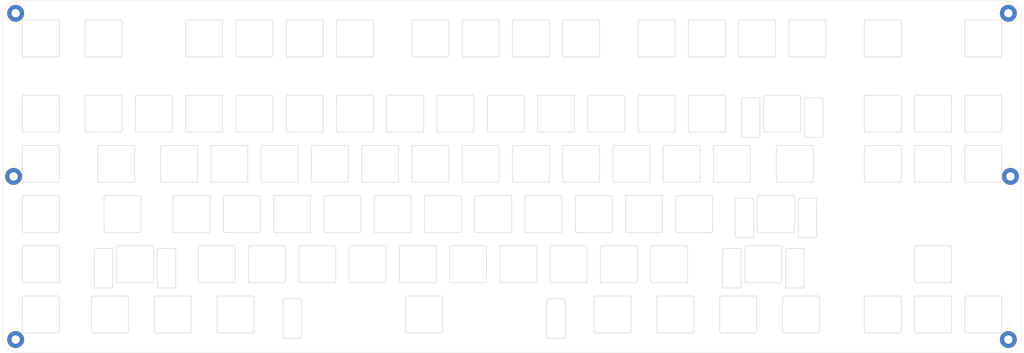
<source format=kicad_pcb>
(kicad_pcb (version 20171130) (host pcbnew "(5.1.10)-1")

  (general
    (thickness 1.6)
    (drawings 824)
    (tracks 0)
    (zones 0)
    (modules 6)
    (nets 1)
  )

  (page A2)
  (layers
    (0 F.Cu signal)
    (31 B.Cu signal)
    (32 B.Adhes user)
    (33 F.Adhes user)
    (34 B.Paste user)
    (35 F.Paste user)
    (36 B.SilkS user)
    (37 F.SilkS user)
    (38 B.Mask user)
    (39 F.Mask user)
    (40 Dwgs.User user)
    (41 Cmts.User user)
    (42 Eco1.User user)
    (43 Eco2.User user)
    (44 Edge.Cuts user)
    (45 Margin user)
    (46 B.CrtYd user)
    (47 F.CrtYd user)
    (48 B.Fab user)
    (49 F.Fab user)
  )

  (setup
    (last_trace_width 0.25)
    (trace_clearance 0.2)
    (zone_clearance 0.508)
    (zone_45_only no)
    (trace_min 0.2)
    (via_size 0.8)
    (via_drill 0.4)
    (via_min_size 0.4)
    (via_min_drill 0.3)
    (uvia_size 0.3)
    (uvia_drill 0.1)
    (uvias_allowed no)
    (uvia_min_size 0.2)
    (uvia_min_drill 0.1)
    (edge_width 0.1)
    (segment_width 0.2)
    (pcb_text_width 0.3)
    (pcb_text_size 1.5 1.5)
    (mod_edge_width 0.15)
    (mod_text_size 1 1)
    (mod_text_width 0.15)
    (pad_size 1.524 1.524)
    (pad_drill 0.762)
    (pad_to_mask_clearance 0)
    (aux_axis_origin 0 0)
    (visible_elements FFFFFF7F)
    (pcbplotparams
      (layerselection 0x010fc_ffffffff)
      (usegerberextensions false)
      (usegerberattributes true)
      (usegerberadvancedattributes true)
      (creategerberjobfile true)
      (excludeedgelayer true)
      (linewidth 0.100000)
      (plotframeref false)
      (viasonmask false)
      (mode 1)
      (useauxorigin false)
      (hpglpennumber 1)
      (hpglpenspeed 20)
      (hpglpendiameter 15.000000)
      (psnegative false)
      (psa4output false)
      (plotreference true)
      (plotvalue true)
      (plotinvisibletext false)
      (padsonsilk false)
      (subtractmaskfromsilk false)
      (outputformat 1)
      (mirror false)
      (drillshape 1)
      (scaleselection 1)
      (outputdirectory ""))
  )

  (net 0 "")

  (net_class Default "This is the default net class."
    (clearance 0.2)
    (trace_width 0.25)
    (via_dia 0.8)
    (via_drill 0.4)
    (uvia_dia 0.3)
    (uvia_drill 0.1)
  )

  (module MountingHole:MountingHole_3.2mm_M3_Pad (layer F.Cu) (tedit 56D1B4CB) (tstamp 616C09B1)
    (at 532.5727 280.1761)
    (descr "Mounting Hole 3.2mm, M3")
    (tags "mounting hole 3.2mm m3")
    (path /616BA6E8)
    (attr virtual)
    (fp_text reference H6 (at 0 -4.2) (layer F.SilkS)
      (effects (font (size 1 1) (thickness 0.15)))
    )
    (fp_text value MountingHole (at 0 4.2) (layer F.Fab)
      (effects (font (size 1 1) (thickness 0.15)))
    )
    (fp_text user %R (at 0.3 0) (layer F.Fab)
      (effects (font (size 1 1) (thickness 0.15)))
    )
    (fp_circle (center 0 0) (end 3.2 0) (layer Cmts.User) (width 0.15))
    (fp_circle (center 0 0) (end 3.45 0) (layer F.CrtYd) (width 0.05))
    (pad 1 thru_hole circle (at 0 0) (size 6.4 6.4) (drill 3.2) (layers *.Cu *.Mask))
  )

  (module MountingHole:MountingHole_3.2mm_M3_Pad (layer F.Cu) (tedit 56D1B4CB) (tstamp 616C09A9)
    (at 533.3664 218.2675)
    (descr "Mounting Hole 3.2mm, M3")
    (tags "mounting hole 3.2mm m3")
    (path /616BA4F9)
    (attr virtual)
    (fp_text reference H5 (at 0 -4.2) (layer F.SilkS)
      (effects (font (size 1 1) (thickness 0.15)))
    )
    (fp_text value MountingHole (at 0 4.2) (layer F.Fab)
      (effects (font (size 1 1) (thickness 0.15)))
    )
    (fp_text user %R (at 0.3 0) (layer F.Fab)
      (effects (font (size 1 1) (thickness 0.15)))
    )
    (fp_circle (center 0 0) (end 3.2 0) (layer Cmts.User) (width 0.15))
    (fp_circle (center 0 0) (end 3.45 0) (layer F.CrtYd) (width 0.05))
    (pad 1 thru_hole circle (at 0 0) (size 6.4 6.4) (drill 3.2) (layers *.Cu *.Mask))
  )

  (module MountingHole:MountingHole_3.2mm_M3_Pad (layer F.Cu) (tedit 56D1B4CB) (tstamp 616C09A1)
    (at 532.5727 156.3589)
    (descr "Mounting Hole 3.2mm, M3")
    (tags "mounting hole 3.2mm m3")
    (path /616BA2AF)
    (attr virtual)
    (fp_text reference H4 (at 0 -4.2) (layer F.SilkS)
      (effects (font (size 1 1) (thickness 0.15)))
    )
    (fp_text value MountingHole (at 0 4.2) (layer F.Fab)
      (effects (font (size 1 1) (thickness 0.15)))
    )
    (fp_text user %R (at 0.3 0) (layer F.Fab)
      (effects (font (size 1 1) (thickness 0.15)))
    )
    (fp_circle (center 0 0) (end 3.2 0) (layer Cmts.User) (width 0.15))
    (fp_circle (center 0 0) (end 3.45 0) (layer F.CrtYd) (width 0.05))
    (pad 1 thru_hole circle (at 0 0) (size 6.4 6.4) (drill 3.2) (layers *.Cu *.Mask))
  )

  (module MountingHole:MountingHole_3.2mm_M3_Pad (layer F.Cu) (tedit 56D1B4CB) (tstamp 616C0999)
    (at 156.3589 280.1761)
    (descr "Mounting Hole 3.2mm, M3")
    (tags "mounting hole 3.2mm m3")
    (path /616B9FA7)
    (attr virtual)
    (fp_text reference H3 (at 0 -4.2) (layer F.SilkS)
      (effects (font (size 1 1) (thickness 0.15)))
    )
    (fp_text value MountingHole (at 0 4.2) (layer F.Fab)
      (effects (font (size 1 1) (thickness 0.15)))
    )
    (fp_text user %R (at 0.3 0) (layer F.Fab)
      (effects (font (size 1 1) (thickness 0.15)))
    )
    (fp_circle (center 0 0) (end 3.2 0) (layer Cmts.User) (width 0.15))
    (fp_circle (center 0 0) (end 3.45 0) (layer F.CrtYd) (width 0.05))
    (pad 1 thru_hole circle (at 0 0) (size 6.4 6.4) (drill 3.2) (layers *.Cu *.Mask))
  )

  (module MountingHole:MountingHole_3.2mm_M3_Pad (layer F.Cu) (tedit 56D1B4CB) (tstamp 616C0991)
    (at 155.5652 218.2675)
    (descr "Mounting Hole 3.2mm, M3")
    (tags "mounting hole 3.2mm m3")
    (path /616B9D08)
    (attr virtual)
    (fp_text reference H2 (at 0 -4.2) (layer F.SilkS)
      (effects (font (size 1 1) (thickness 0.15)))
    )
    (fp_text value MountingHole (at 0 4.2) (layer F.Fab)
      (effects (font (size 1 1) (thickness 0.15)))
    )
    (fp_text user %R (at 0.3 0) (layer F.Fab)
      (effects (font (size 1 1) (thickness 0.15)))
    )
    (fp_circle (center 0 0) (end 3.2 0) (layer Cmts.User) (width 0.15))
    (fp_circle (center 0 0) (end 3.45 0) (layer F.CrtYd) (width 0.05))
    (pad 1 thru_hole circle (at 0 0) (size 6.4 6.4) (drill 3.2) (layers *.Cu *.Mask))
  )

  (module MountingHole:MountingHole_3.2mm_M3_Pad (layer F.Cu) (tedit 56D1B4CB) (tstamp 616C0989)
    (at 156.3589 156.3589)
    (descr "Mounting Hole 3.2mm, M3")
    (tags "mounting hole 3.2mm m3")
    (path /616B985E)
    (attr virtual)
    (fp_text reference H1 (at 0 -4.2) (layer F.SilkS)
      (effects (font (size 1 1) (thickness 0.15)))
    )
    (fp_text value MountingHole (at 0 4.2) (layer F.Fab)
      (effects (font (size 1 1) (thickness 0.15)))
    )
    (fp_text user %R (at 0.3 0) (layer F.Fab)
      (effects (font (size 1 1) (thickness 0.15)))
    )
    (fp_circle (center 0 0) (end 3.2 0) (layer Cmts.User) (width 0.15))
    (fp_circle (center 0 0) (end 3.45 0) (layer F.CrtYd) (width 0.05))
    (pad 1 thru_hole circle (at 0 0) (size 6.4 6.4) (drill 3.2) (layers *.Cu *.Mask))
  )

  (gr_arc (start 532.5727 280.1761) (end 532.5727 284.9383) (angle -90) (layer Edge.Cuts) (width 0.1))
  (gr_arc (start 156.3589 280.1839) (end 151.596701 280.176101) (angle -90.09384458) (layer Edge.Cuts) (width 0.1))
  (gr_arc (start 156.3589 156.3589) (end 156.3589 151.5967) (angle -90) (layer Edge.Cuts) (width 0.1))
  (gr_arc (start 532.5727 156.3589) (end 537.3349 156.3589) (angle -90) (layer Edge.Cuts) (width 0.1))
  (gr_line (start 156.3589 151.5967) (end 532.5727 151.5967) (layer Edge.Cuts) (width 0.1))
  (gr_line (start 151.5967 280.1761) (end 151.5967 156.3589) (layer Edge.Cuts) (width 0.1))
  (gr_line (start 532.5727 284.9383) (end 156.3589 284.9383) (layer Edge.Cuts) (width 0.1))
  (gr_line (start 537.3349 156.3589) (end 537.3349 280.1761) (layer Edge.Cuts) (width 0.1))
  (gr_arc (start 529.5714 277.1589) (end 529.5714 277.6589) (angle -90) (layer Edge.Cuts) (width 0.2))
  (gr_arc (start 516.5714 277.1589) (end 516.0714 277.1589) (angle -90) (layer Edge.Cuts) (width 0.2))
  (gr_arc (start 529.5714 264.1589) (end 530.0714 264.1589) (angle -90) (layer Edge.Cuts) (width 0.2))
  (gr_arc (start 516.5714 264.1589) (end 516.5714 263.6589) (angle -90) (layer Edge.Cuts) (width 0.2))
  (gr_line (start 530.0714 264.1589) (end 530.0714 277.1589) (layer Edge.Cuts) (width 0.2))
  (gr_line (start 516.0714 264.1589) (end 516.0714 277.1589) (layer Edge.Cuts) (width 0.2))
  (gr_line (start 516.5714 277.6589) (end 529.5714 277.6589) (layer Edge.Cuts) (width 0.2))
  (gr_line (start 516.5714 263.6589) (end 529.5714 263.6589) (layer Edge.Cuts) (width 0.2))
  (gr_arc (start 510.5214 277.1589) (end 510.5214 277.6589) (angle -90) (layer Edge.Cuts) (width 0.2))
  (gr_arc (start 497.5214 277.1589) (end 497.0214 277.1589) (angle -90) (layer Edge.Cuts) (width 0.2))
  (gr_arc (start 510.5214 264.1589) (end 511.0214 264.1589) (angle -90) (layer Edge.Cuts) (width 0.2))
  (gr_arc (start 497.5214 264.1589) (end 497.5214 263.6589) (angle -90) (layer Edge.Cuts) (width 0.2))
  (gr_line (start 511.0214 264.1589) (end 511.0214 277.1589) (layer Edge.Cuts) (width 0.2))
  (gr_line (start 497.0214 264.1589) (end 497.0214 277.1589) (layer Edge.Cuts) (width 0.2))
  (gr_line (start 497.5214 277.6589) (end 510.5214 277.6589) (layer Edge.Cuts) (width 0.2))
  (gr_line (start 497.5214 263.6589) (end 510.5214 263.6589) (layer Edge.Cuts) (width 0.2))
  (gr_arc (start 491.4714 277.1589) (end 491.4714 277.6589) (angle -90) (layer Edge.Cuts) (width 0.2))
  (gr_arc (start 478.4714 277.1589) (end 477.9714 277.1589) (angle -90) (layer Edge.Cuts) (width 0.2))
  (gr_arc (start 491.4714 264.1589) (end 491.9714 264.1589) (angle -90) (layer Edge.Cuts) (width 0.2))
  (gr_arc (start 478.4714 264.1589) (end 478.4714 263.6589) (angle -90) (layer Edge.Cuts) (width 0.2))
  (gr_line (start 491.9714 264.1589) (end 491.9714 277.1589) (layer Edge.Cuts) (width 0.2))
  (gr_line (start 477.9714 264.1589) (end 477.9714 277.1589) (layer Edge.Cuts) (width 0.2))
  (gr_line (start 478.4714 277.6589) (end 491.4714 277.6589) (layer Edge.Cuts) (width 0.2))
  (gr_line (start 478.4714 263.6589) (end 491.4714 263.6589) (layer Edge.Cuts) (width 0.2))
  (gr_arc (start 460.51515 277.1589) (end 460.51515 277.6589) (angle -90) (layer Edge.Cuts) (width 0.2))
  (gr_arc (start 447.51515 277.1589) (end 447.01515 277.1589) (angle -90) (layer Edge.Cuts) (width 0.2))
  (gr_arc (start 460.51515 264.1589) (end 461.01515 264.1589) (angle -90) (layer Edge.Cuts) (width 0.2))
  (gr_arc (start 447.51515 264.1589) (end 447.51515 263.6589) (angle -90) (layer Edge.Cuts) (width 0.2))
  (gr_line (start 461.01515 264.1589) (end 461.01515 277.1589) (layer Edge.Cuts) (width 0.2))
  (gr_line (start 447.01515 264.1589) (end 447.01515 277.1589) (layer Edge.Cuts) (width 0.2))
  (gr_line (start 447.51515 277.6589) (end 460.51515 277.6589) (layer Edge.Cuts) (width 0.2))
  (gr_line (start 447.51515 263.6589) (end 460.51515 263.6589) (layer Edge.Cuts) (width 0.2))
  (gr_arc (start 436.70265 277.1589) (end 436.70265 277.6589) (angle -90) (layer Edge.Cuts) (width 0.2))
  (gr_arc (start 423.70265 277.1589) (end 423.20265 277.1589) (angle -90) (layer Edge.Cuts) (width 0.2))
  (gr_arc (start 436.70265 264.1589) (end 437.20265 264.1589) (angle -90) (layer Edge.Cuts) (width 0.2))
  (gr_arc (start 423.70265 264.1589) (end 423.70265 263.6589) (angle -90) (layer Edge.Cuts) (width 0.2))
  (gr_line (start 437.20265 264.1589) (end 437.20265 277.1589) (layer Edge.Cuts) (width 0.2))
  (gr_line (start 423.20265 264.1589) (end 423.20265 277.1589) (layer Edge.Cuts) (width 0.2))
  (gr_line (start 423.70265 277.6589) (end 436.70265 277.6589) (layer Edge.Cuts) (width 0.2))
  (gr_line (start 423.70265 263.6589) (end 436.70265 263.6589) (layer Edge.Cuts) (width 0.2))
  (gr_arc (start 412.89015 277.1589) (end 412.89015 277.6589) (angle -90) (layer Edge.Cuts) (width 0.2))
  (gr_arc (start 399.89015 277.1589) (end 399.39015 277.1589) (angle -90) (layer Edge.Cuts) (width 0.2))
  (gr_arc (start 412.89015 264.1589) (end 413.39015 264.1589) (angle -90) (layer Edge.Cuts) (width 0.2))
  (gr_arc (start 399.89015 264.1589) (end 399.89015 263.6589) (angle -90) (layer Edge.Cuts) (width 0.2))
  (gr_line (start 413.39015 264.1589) (end 413.39015 277.1589) (layer Edge.Cuts) (width 0.2))
  (gr_line (start 399.39015 264.1589) (end 399.39015 277.1589) (layer Edge.Cuts) (width 0.2))
  (gr_line (start 399.89015 277.6589) (end 412.89015 277.6589) (layer Edge.Cuts) (width 0.2))
  (gr_line (start 399.89015 263.6589) (end 412.89015 263.6589) (layer Edge.Cuts) (width 0.2))
  (gr_arc (start 389.07765 277.1589) (end 389.07765 277.6589) (angle -90) (layer Edge.Cuts) (width 0.2))
  (gr_arc (start 376.07765 277.1589) (end 375.57765 277.1589) (angle -90) (layer Edge.Cuts) (width 0.2))
  (gr_arc (start 389.07765 264.1589) (end 389.57765 264.1589) (angle -90) (layer Edge.Cuts) (width 0.2))
  (gr_arc (start 376.07765 264.1589) (end 376.07765 263.6589) (angle -90) (layer Edge.Cuts) (width 0.2))
  (gr_line (start 389.57765 264.1589) (end 389.57765 277.1589) (layer Edge.Cuts) (width 0.2))
  (gr_line (start 375.57765 264.1589) (end 375.57765 277.1589) (layer Edge.Cuts) (width 0.2))
  (gr_line (start 376.07765 277.6589) (end 389.07765 277.6589) (layer Edge.Cuts) (width 0.2))
  (gr_line (start 376.07765 263.6589) (end 389.07765 263.6589) (layer Edge.Cuts) (width 0.2))
  (gr_arc (start 264.14015 279.1589) (end 264.14015 279.6589) (angle -90) (layer Edge.Cuts) (width 0.2))
  (gr_arc (start 258.14015 279.1589) (end 257.64015 279.1589) (angle -90) (layer Edge.Cuts) (width 0.2))
  (gr_arc (start 264.14015 265.1589) (end 264.64015 265.1589) (angle -90) (layer Edge.Cuts) (width 0.2))
  (gr_arc (start 258.14015 265.1589) (end 258.14015 264.6589) (angle -90) (layer Edge.Cuts) (width 0.2))
  (gr_line (start 264.64015 265.1589) (end 264.64015 279.1589) (layer Edge.Cuts) (width 0.2))
  (gr_line (start 257.64015 265.1589) (end 257.64015 279.1589) (layer Edge.Cuts) (width 0.2))
  (gr_line (start 258.14015 279.6589) (end 264.14015 279.6589) (layer Edge.Cuts) (width 0.2))
  (gr_line (start 258.14015 264.6589) (end 264.14015 264.6589) (layer Edge.Cuts) (width 0.2))
  (gr_arc (start 364.14015 279.1589) (end 364.14015 279.6589) (angle -90) (layer Edge.Cuts) (width 0.2))
  (gr_arc (start 358.14015 279.1589) (end 357.64015 279.1589) (angle -90) (layer Edge.Cuts) (width 0.2))
  (gr_arc (start 364.14015 265.1589) (end 364.64015 265.1589) (angle -90) (layer Edge.Cuts) (width 0.2))
  (gr_arc (start 358.14015 265.1589) (end 358.14015 264.6589) (angle -90) (layer Edge.Cuts) (width 0.2))
  (gr_line (start 364.64015 265.1589) (end 364.64015 279.1589) (layer Edge.Cuts) (width 0.2))
  (gr_line (start 357.64015 265.1589) (end 357.64015 279.1589) (layer Edge.Cuts) (width 0.2))
  (gr_line (start 358.14015 279.6589) (end 364.14015 279.6589) (layer Edge.Cuts) (width 0.2))
  (gr_line (start 358.14015 264.6589) (end 364.14015 264.6589) (layer Edge.Cuts) (width 0.2))
  (gr_arc (start 317.64015 277.1589) (end 317.64015 277.6589) (angle -90) (layer Edge.Cuts) (width 0.2))
  (gr_arc (start 304.64015 277.1589) (end 304.14015 277.1589) (angle -90) (layer Edge.Cuts) (width 0.2))
  (gr_arc (start 317.64015 264.1589) (end 318.14015 264.1589) (angle -90) (layer Edge.Cuts) (width 0.2))
  (gr_arc (start 304.64015 264.1589) (end 304.64015 263.6589) (angle -90) (layer Edge.Cuts) (width 0.2))
  (gr_line (start 318.14015 264.1589) (end 318.14015 277.1589) (layer Edge.Cuts) (width 0.2))
  (gr_line (start 304.14015 264.1589) (end 304.14015 277.1589) (layer Edge.Cuts) (width 0.2))
  (gr_line (start 304.64015 277.6589) (end 317.64015 277.6589) (layer Edge.Cuts) (width 0.2))
  (gr_line (start 304.64015 263.6589) (end 317.64015 263.6589) (layer Edge.Cuts) (width 0.2))
  (gr_arc (start 246.20265 277.1589) (end 246.20265 277.6589) (angle -90) (layer Edge.Cuts) (width 0.2))
  (gr_arc (start 233.20265 277.1589) (end 232.70265 277.1589) (angle -90) (layer Edge.Cuts) (width 0.2))
  (gr_arc (start 246.20265 264.1589) (end 246.70265 264.1589) (angle -90) (layer Edge.Cuts) (width 0.2))
  (gr_arc (start 233.20265 264.1589) (end 233.20265 263.6589) (angle -90) (layer Edge.Cuts) (width 0.2))
  (gr_line (start 246.70265 264.1589) (end 246.70265 277.1589) (layer Edge.Cuts) (width 0.2))
  (gr_line (start 232.70265 264.1589) (end 232.70265 277.1589) (layer Edge.Cuts) (width 0.2))
  (gr_line (start 233.20265 277.6589) (end 246.20265 277.6589) (layer Edge.Cuts) (width 0.2))
  (gr_line (start 233.20265 263.6589) (end 246.20265 263.6589) (layer Edge.Cuts) (width 0.2))
  (gr_arc (start 222.39015 277.1589) (end 222.39015 277.6589) (angle -90) (layer Edge.Cuts) (width 0.2))
  (gr_arc (start 209.39015 277.1589) (end 208.89015 277.1589) (angle -90) (layer Edge.Cuts) (width 0.2))
  (gr_arc (start 222.39015 264.1589) (end 222.89015 264.1589) (angle -90) (layer Edge.Cuts) (width 0.2))
  (gr_arc (start 209.39015 264.1589) (end 209.39015 263.6589) (angle -90) (layer Edge.Cuts) (width 0.2))
  (gr_line (start 222.89015 264.1589) (end 222.89015 277.1589) (layer Edge.Cuts) (width 0.2))
  (gr_line (start 208.89015 264.1589) (end 208.89015 277.1589) (layer Edge.Cuts) (width 0.2))
  (gr_line (start 209.39015 277.6589) (end 222.39015 277.6589) (layer Edge.Cuts) (width 0.2))
  (gr_line (start 209.39015 263.6589) (end 222.39015 263.6589) (layer Edge.Cuts) (width 0.2))
  (gr_arc (start 198.57765 277.1589) (end 198.57765 277.6589) (angle -90) (layer Edge.Cuts) (width 0.2))
  (gr_arc (start 185.57765 277.1589) (end 185.07765 277.1589) (angle -90) (layer Edge.Cuts) (width 0.2))
  (gr_arc (start 198.57765 264.1589) (end 199.07765 264.1589) (angle -90) (layer Edge.Cuts) (width 0.2))
  (gr_arc (start 185.57765 264.1589) (end 185.57765 263.6589) (angle -90) (layer Edge.Cuts) (width 0.2))
  (gr_line (start 199.07765 264.1589) (end 199.07765 277.1589) (layer Edge.Cuts) (width 0.2))
  (gr_line (start 185.07765 264.1589) (end 185.07765 277.1589) (layer Edge.Cuts) (width 0.2))
  (gr_line (start 185.57765 277.6589) (end 198.57765 277.6589) (layer Edge.Cuts) (width 0.2))
  (gr_line (start 185.57765 263.6589) (end 198.57765 263.6589) (layer Edge.Cuts) (width 0.2))
  (gr_arc (start 172.383899 277.1589) (end 172.383899 277.6589) (angle -90) (layer Edge.Cuts) (width 0.2))
  (gr_arc (start 159.3839 277.1589) (end 158.8839 277.1589) (angle -90) (layer Edge.Cuts) (width 0.2))
  (gr_arc (start 172.383899 264.1589) (end 172.883899 264.1589) (angle -90) (layer Edge.Cuts) (width 0.2))
  (gr_arc (start 159.3839 264.1589) (end 159.3839 263.6589) (angle -90) (layer Edge.Cuts) (width 0.2))
  (gr_line (start 172.883899 264.1589) (end 172.883899 277.1589) (layer Edge.Cuts) (width 0.2))
  (gr_line (start 158.8839 264.1589) (end 158.8839 277.1589) (layer Edge.Cuts) (width 0.2))
  (gr_line (start 159.3839 277.6589) (end 172.383899 277.6589) (layer Edge.Cuts) (width 0.2))
  (gr_line (start 159.3839 263.6589) (end 172.383899 263.6589) (layer Edge.Cuts) (width 0.2))
  (gr_arc (start 510.5214 258.1089) (end 510.5214 258.6089) (angle -90) (layer Edge.Cuts) (width 0.2))
  (gr_arc (start 497.5214 258.1089) (end 497.0214 258.1089) (angle -90) (layer Edge.Cuts) (width 0.2))
  (gr_arc (start 510.5214 245.1089) (end 511.0214 245.1089) (angle -90) (layer Edge.Cuts) (width 0.2))
  (gr_arc (start 497.5214 245.1089) (end 497.5214 244.6089) (angle -90) (layer Edge.Cuts) (width 0.2))
  (gr_line (start 511.0214 245.1089) (end 511.0214 258.1089) (layer Edge.Cuts) (width 0.2))
  (gr_line (start 497.0214 245.1089) (end 497.0214 258.1089) (layer Edge.Cuts) (width 0.2))
  (gr_line (start 497.5214 258.6089) (end 510.5214 258.6089) (layer Edge.Cuts) (width 0.2))
  (gr_line (start 497.5214 244.6089) (end 510.5214 244.6089) (layer Edge.Cuts) (width 0.2))
  (gr_arc (start 430.78965 260.1089) (end 430.78965 260.6089) (angle -90) (layer Edge.Cuts) (width 0.2))
  (gr_arc (start 424.78965 260.1089) (end 424.28965 260.1089) (angle -90) (layer Edge.Cuts) (width 0.2))
  (gr_arc (start 430.78965 246.1089) (end 431.28965 246.1089) (angle -90) (layer Edge.Cuts) (width 0.2))
  (gr_arc (start 424.78965 246.1089) (end 424.78965 245.6089) (angle -90) (layer Edge.Cuts) (width 0.2))
  (gr_line (start 431.28965 246.1089) (end 431.28965 260.1089) (layer Edge.Cuts) (width 0.2))
  (gr_line (start 424.28965 246.1089) (end 424.28965 260.1089) (layer Edge.Cuts) (width 0.2))
  (gr_line (start 424.78965 260.6089) (end 430.78965 260.6089) (layer Edge.Cuts) (width 0.2))
  (gr_line (start 424.78965 245.6089) (end 430.78965 245.6089) (layer Edge.Cuts) (width 0.2))
  (gr_arc (start 454.66565 260.1089) (end 454.66565 260.6089) (angle -90) (layer Edge.Cuts) (width 0.2))
  (gr_arc (start 448.66565 260.1089) (end 448.16565 260.1089) (angle -90) (layer Edge.Cuts) (width 0.2))
  (gr_arc (start 454.66565 246.1089) (end 455.16565 246.1089) (angle -90) (layer Edge.Cuts) (width 0.2))
  (gr_arc (start 448.66565 246.1089) (end 448.66565 245.6089) (angle -90) (layer Edge.Cuts) (width 0.2))
  (gr_line (start 455.16565 246.1089) (end 455.16565 260.1089) (layer Edge.Cuts) (width 0.2))
  (gr_line (start 448.16565 246.1089) (end 448.16565 260.1089) (layer Edge.Cuts) (width 0.2))
  (gr_line (start 448.66565 260.6089) (end 454.66565 260.6089) (layer Edge.Cuts) (width 0.2))
  (gr_line (start 448.66565 245.6089) (end 454.66565 245.6089) (layer Edge.Cuts) (width 0.2))
  (gr_arc (start 446.22765 258.1089) (end 446.22765 258.6089) (angle -90) (layer Edge.Cuts) (width 0.2))
  (gr_arc (start 433.22765 258.1089) (end 432.72765 258.1089) (angle -90) (layer Edge.Cuts) (width 0.2))
  (gr_arc (start 446.22765 245.1089) (end 446.72765 245.1089) (angle -90) (layer Edge.Cuts) (width 0.2))
  (gr_arc (start 433.22765 245.1089) (end 433.22765 244.6089) (angle -90) (layer Edge.Cuts) (width 0.2))
  (gr_line (start 446.72765 245.1089) (end 446.72765 258.1089) (layer Edge.Cuts) (width 0.2))
  (gr_line (start 432.72765 245.1089) (end 432.72765 258.1089) (layer Edge.Cuts) (width 0.2))
  (gr_line (start 433.22765 258.6089) (end 446.22765 258.6089) (layer Edge.Cuts) (width 0.2))
  (gr_line (start 433.22765 244.6089) (end 446.22765 244.6089) (layer Edge.Cuts) (width 0.2))
  (gr_arc (start 410.5089 258.1089) (end 410.5089 258.6089) (angle -90) (layer Edge.Cuts) (width 0.2))
  (gr_arc (start 397.5089 258.1089) (end 397.0089 258.1089) (angle -90) (layer Edge.Cuts) (width 0.2))
  (gr_arc (start 410.5089 245.1089) (end 411.0089 245.1089) (angle -90) (layer Edge.Cuts) (width 0.2))
  (gr_arc (start 397.5089 245.1089) (end 397.5089 244.6089) (angle -90) (layer Edge.Cuts) (width 0.2))
  (gr_line (start 411.0089 245.1089) (end 411.0089 258.1089) (layer Edge.Cuts) (width 0.2))
  (gr_line (start 397.0089 245.1089) (end 397.0089 258.1089) (layer Edge.Cuts) (width 0.2))
  (gr_line (start 397.5089 258.6089) (end 410.5089 258.6089) (layer Edge.Cuts) (width 0.2))
  (gr_line (start 397.5089 244.6089) (end 410.5089 244.6089) (layer Edge.Cuts) (width 0.2))
  (gr_arc (start 391.4589 258.1089) (end 391.4589 258.6089) (angle -90) (layer Edge.Cuts) (width 0.2))
  (gr_arc (start 378.4589 258.1089) (end 377.9589 258.1089) (angle -90) (layer Edge.Cuts) (width 0.2))
  (gr_arc (start 391.4589 245.1089) (end 391.9589 245.1089) (angle -90) (layer Edge.Cuts) (width 0.2))
  (gr_arc (start 378.4589 245.1089) (end 378.4589 244.6089) (angle -90) (layer Edge.Cuts) (width 0.2))
  (gr_line (start 391.9589 245.1089) (end 391.9589 258.1089) (layer Edge.Cuts) (width 0.2))
  (gr_line (start 377.9589 245.1089) (end 377.9589 258.1089) (layer Edge.Cuts) (width 0.2))
  (gr_line (start 378.4589 258.6089) (end 391.4589 258.6089) (layer Edge.Cuts) (width 0.2))
  (gr_line (start 378.4589 244.6089) (end 391.4589 244.6089) (layer Edge.Cuts) (width 0.2))
  (gr_arc (start 372.4089 258.1089) (end 372.4089 258.6089) (angle -90) (layer Edge.Cuts) (width 0.2))
  (gr_arc (start 359.4089 258.1089) (end 358.9089 258.1089) (angle -90) (layer Edge.Cuts) (width 0.2))
  (gr_arc (start 372.4089 245.1089) (end 372.9089 245.1089) (angle -90) (layer Edge.Cuts) (width 0.2))
  (gr_arc (start 359.4089 245.1089) (end 359.4089 244.6089) (angle -90) (layer Edge.Cuts) (width 0.2))
  (gr_line (start 372.9089 245.1089) (end 372.9089 258.1089) (layer Edge.Cuts) (width 0.2))
  (gr_line (start 358.9089 245.1089) (end 358.9089 258.1089) (layer Edge.Cuts) (width 0.2))
  (gr_line (start 359.4089 258.6089) (end 372.4089 258.6089) (layer Edge.Cuts) (width 0.2))
  (gr_line (start 359.4089 244.6089) (end 372.4089 244.6089) (layer Edge.Cuts) (width 0.2))
  (gr_arc (start 353.3589 258.1089) (end 353.3589 258.6089) (angle -90) (layer Edge.Cuts) (width 0.2))
  (gr_arc (start 340.3589 258.1089) (end 339.8589 258.1089) (angle -90) (layer Edge.Cuts) (width 0.2))
  (gr_arc (start 353.3589 245.1089) (end 353.8589 245.1089) (angle -90) (layer Edge.Cuts) (width 0.2))
  (gr_arc (start 340.3589 245.1089) (end 340.3589 244.6089) (angle -90) (layer Edge.Cuts) (width 0.2))
  (gr_line (start 353.8589 245.1089) (end 353.8589 258.1089) (layer Edge.Cuts) (width 0.2))
  (gr_line (start 339.8589 245.1089) (end 339.8589 258.1089) (layer Edge.Cuts) (width 0.2))
  (gr_line (start 340.3589 258.6089) (end 353.3589 258.6089) (layer Edge.Cuts) (width 0.2))
  (gr_line (start 340.3589 244.6089) (end 353.3589 244.6089) (layer Edge.Cuts) (width 0.2))
  (gr_arc (start 334.3089 258.1089) (end 334.3089 258.6089) (angle -90) (layer Edge.Cuts) (width 0.2))
  (gr_arc (start 321.3089 258.1089) (end 320.8089 258.1089) (angle -90) (layer Edge.Cuts) (width 0.2))
  (gr_arc (start 334.3089 245.1089) (end 334.8089 245.1089) (angle -90) (layer Edge.Cuts) (width 0.2))
  (gr_arc (start 321.3089 245.1089) (end 321.3089 244.6089) (angle -90) (layer Edge.Cuts) (width 0.2))
  (gr_line (start 334.8089 245.1089) (end 334.8089 258.1089) (layer Edge.Cuts) (width 0.2))
  (gr_line (start 320.8089 245.1089) (end 320.8089 258.1089) (layer Edge.Cuts) (width 0.2))
  (gr_line (start 321.3089 258.6089) (end 334.3089 258.6089) (layer Edge.Cuts) (width 0.2))
  (gr_line (start 321.3089 244.6089) (end 334.3089 244.6089) (layer Edge.Cuts) (width 0.2))
  (gr_arc (start 315.2589 258.1089) (end 315.2589 258.6089) (angle -90) (layer Edge.Cuts) (width 0.2))
  (gr_arc (start 302.2589 258.1089) (end 301.7589 258.1089) (angle -90) (layer Edge.Cuts) (width 0.2))
  (gr_arc (start 315.2589 245.1089) (end 315.7589 245.1089) (angle -90) (layer Edge.Cuts) (width 0.2))
  (gr_arc (start 302.2589 245.1089) (end 302.2589 244.6089) (angle -90) (layer Edge.Cuts) (width 0.2))
  (gr_line (start 315.7589 245.1089) (end 315.7589 258.1089) (layer Edge.Cuts) (width 0.2))
  (gr_line (start 301.7589 245.1089) (end 301.7589 258.1089) (layer Edge.Cuts) (width 0.2))
  (gr_line (start 302.2589 258.6089) (end 315.2589 258.6089) (layer Edge.Cuts) (width 0.2))
  (gr_line (start 302.2589 244.6089) (end 315.2589 244.6089) (layer Edge.Cuts) (width 0.2))
  (gr_arc (start 296.2089 258.1089) (end 296.2089 258.6089) (angle -90) (layer Edge.Cuts) (width 0.2))
  (gr_arc (start 283.2089 258.1089) (end 282.7089 258.1089) (angle -90) (layer Edge.Cuts) (width 0.2))
  (gr_arc (start 296.2089 245.1089) (end 296.7089 245.1089) (angle -90) (layer Edge.Cuts) (width 0.2))
  (gr_arc (start 283.2089 245.1089) (end 283.2089 244.6089) (angle -90) (layer Edge.Cuts) (width 0.2))
  (gr_line (start 296.7089 245.1089) (end 296.7089 258.1089) (layer Edge.Cuts) (width 0.2))
  (gr_line (start 282.7089 245.1089) (end 282.7089 258.1089) (layer Edge.Cuts) (width 0.2))
  (gr_line (start 283.2089 258.6089) (end 296.2089 258.6089) (layer Edge.Cuts) (width 0.2))
  (gr_line (start 283.2089 244.6089) (end 296.2089 244.6089) (layer Edge.Cuts) (width 0.2))
  (gr_arc (start 277.1589 258.1089) (end 277.1589 258.6089) (angle -90) (layer Edge.Cuts) (width 0.2))
  (gr_arc (start 264.1589 258.1089) (end 263.6589 258.1089) (angle -90) (layer Edge.Cuts) (width 0.2))
  (gr_arc (start 277.1589 245.1089) (end 277.6589 245.1089) (angle -90) (layer Edge.Cuts) (width 0.2))
  (gr_arc (start 264.1589 245.1089) (end 264.1589 244.6089) (angle -90) (layer Edge.Cuts) (width 0.2))
  (gr_line (start 277.6589 245.1089) (end 277.6589 258.1089) (layer Edge.Cuts) (width 0.2))
  (gr_line (start 263.6589 245.1089) (end 263.6589 258.1089) (layer Edge.Cuts) (width 0.2))
  (gr_line (start 264.1589 258.6089) (end 277.1589 258.6089) (layer Edge.Cuts) (width 0.2))
  (gr_line (start 264.1589 244.6089) (end 277.1589 244.6089) (layer Edge.Cuts) (width 0.2))
  (gr_arc (start 258.1089 258.1089) (end 258.1089 258.6089) (angle -90) (layer Edge.Cuts) (width 0.2))
  (gr_arc (start 245.1089 258.1089) (end 244.6089 258.1089) (angle -90) (layer Edge.Cuts) (width 0.2))
  (gr_arc (start 258.1089 245.1089) (end 258.6089 245.1089) (angle -90) (layer Edge.Cuts) (width 0.2))
  (gr_arc (start 245.1089 245.1089) (end 245.1089 244.6089) (angle -90) (layer Edge.Cuts) (width 0.2))
  (gr_line (start 258.6089 245.1089) (end 258.6089 258.1089) (layer Edge.Cuts) (width 0.2))
  (gr_line (start 244.6089 245.1089) (end 244.6089 258.1089) (layer Edge.Cuts) (width 0.2))
  (gr_line (start 245.1089 258.6089) (end 258.1089 258.6089) (layer Edge.Cuts) (width 0.2))
  (gr_line (start 245.1089 244.6089) (end 258.1089 244.6089) (layer Edge.Cuts) (width 0.2))
  (gr_arc (start 239.0589 258.1089) (end 239.0589 258.6089) (angle -90) (layer Edge.Cuts) (width 0.2))
  (gr_arc (start 226.0589 258.1089) (end 225.5589 258.1089) (angle -90) (layer Edge.Cuts) (width 0.2))
  (gr_arc (start 239.0589 245.1089) (end 239.5589 245.1089) (angle -90) (layer Edge.Cuts) (width 0.2))
  (gr_arc (start 226.0589 245.1089) (end 226.0589 244.6089) (angle -90) (layer Edge.Cuts) (width 0.2))
  (gr_line (start 239.5589 245.1089) (end 239.5589 258.1089) (layer Edge.Cuts) (width 0.2))
  (gr_line (start 225.5589 245.1089) (end 225.5589 258.1089) (layer Edge.Cuts) (width 0.2))
  (gr_line (start 226.0589 258.6089) (end 239.0589 258.6089) (layer Edge.Cuts) (width 0.2))
  (gr_line (start 226.0589 244.6089) (end 239.0589 244.6089) (layer Edge.Cuts) (width 0.2))
  (gr_arc (start 192.664649 260.1089) (end 192.664649 260.6089) (angle -90) (layer Edge.Cuts) (width 0.2))
  (gr_arc (start 186.66465 260.1089) (end 186.16465 260.1089) (angle -90) (layer Edge.Cuts) (width 0.2))
  (gr_arc (start 192.664649 246.1089) (end 193.164649 246.1089) (angle -90) (layer Edge.Cuts) (width 0.2))
  (gr_arc (start 186.66465 246.1089) (end 186.66465 245.6089) (angle -90) (layer Edge.Cuts) (width 0.2))
  (gr_line (start 193.164649 246.1089) (end 193.164649 260.1089) (layer Edge.Cuts) (width 0.2))
  (gr_line (start 186.16465 246.1089) (end 186.16465 260.1089) (layer Edge.Cuts) (width 0.2))
  (gr_line (start 186.66465 260.6089) (end 192.664649 260.6089) (layer Edge.Cuts) (width 0.2))
  (gr_line (start 186.66465 245.6089) (end 192.664649 245.6089) (layer Edge.Cuts) (width 0.2))
  (gr_arc (start 216.54065 260.1089) (end 216.54065 260.6089) (angle -90) (layer Edge.Cuts) (width 0.2))
  (gr_arc (start 210.54065 260.1089) (end 210.04065 260.1089) (angle -90) (layer Edge.Cuts) (width 0.2))
  (gr_arc (start 216.54065 246.1089) (end 217.04065 246.1089) (angle -90) (layer Edge.Cuts) (width 0.2))
  (gr_arc (start 210.54065 246.1089) (end 210.54065 245.6089) (angle -90) (layer Edge.Cuts) (width 0.2))
  (gr_line (start 217.04065 246.1089) (end 217.04065 260.1089) (layer Edge.Cuts) (width 0.2))
  (gr_line (start 210.04065 246.1089) (end 210.04065 260.1089) (layer Edge.Cuts) (width 0.2))
  (gr_line (start 210.54065 260.6089) (end 216.54065 260.6089) (layer Edge.Cuts) (width 0.2))
  (gr_line (start 210.54065 245.6089) (end 216.54065 245.6089) (layer Edge.Cuts) (width 0.2))
  (gr_arc (start 208.10265 258.1089) (end 208.10265 258.6089) (angle -90) (layer Edge.Cuts) (width 0.2))
  (gr_arc (start 195.10265 258.1089) (end 194.60265 258.1089) (angle -90) (layer Edge.Cuts) (width 0.2))
  (gr_arc (start 208.10265 245.1089) (end 208.60265 245.1089) (angle -90) (layer Edge.Cuts) (width 0.2))
  (gr_arc (start 195.10265 245.1089) (end 195.10265 244.6089) (angle -90) (layer Edge.Cuts) (width 0.2))
  (gr_line (start 208.60265 245.1089) (end 208.60265 258.1089) (layer Edge.Cuts) (width 0.2))
  (gr_line (start 194.60265 245.1089) (end 194.60265 258.1089) (layer Edge.Cuts) (width 0.2))
  (gr_line (start 195.10265 258.6089) (end 208.10265 258.6089) (layer Edge.Cuts) (width 0.2))
  (gr_line (start 195.10265 244.6089) (end 208.10265 244.6089) (layer Edge.Cuts) (width 0.2))
  (gr_arc (start 172.383899 258.1089) (end 172.383899 258.6089) (angle -90) (layer Edge.Cuts) (width 0.2))
  (gr_arc (start 159.3839 258.1089) (end 158.8839 258.1089) (angle -90) (layer Edge.Cuts) (width 0.2))
  (gr_arc (start 172.383899 245.1089) (end 172.883899 245.1089) (angle -90) (layer Edge.Cuts) (width 0.2))
  (gr_arc (start 159.3839 245.1089) (end 159.3839 244.6089) (angle -90) (layer Edge.Cuts) (width 0.2))
  (gr_line (start 172.883899 245.1089) (end 172.883899 258.1089) (layer Edge.Cuts) (width 0.2))
  (gr_line (start 158.8839 245.1089) (end 158.8839 258.1089) (layer Edge.Cuts) (width 0.2))
  (gr_line (start 159.3839 258.6089) (end 172.383899 258.6089) (layer Edge.Cuts) (width 0.2))
  (gr_line (start 159.3839 244.6089) (end 172.383899 244.6089) (layer Edge.Cuts) (width 0.2))
  (gr_arc (start 435.55215 241.0589) (end 435.55215 241.5589) (angle -90) (layer Edge.Cuts) (width 0.2))
  (gr_arc (start 429.55215 241.0589) (end 429.05215 241.0589) (angle -90) (layer Edge.Cuts) (width 0.2))
  (gr_arc (start 435.55215 227.0589) (end 436.05215 227.0589) (angle -90) (layer Edge.Cuts) (width 0.2))
  (gr_arc (start 429.55215 227.0589) (end 429.55215 226.5589) (angle -90) (layer Edge.Cuts) (width 0.2))
  (gr_line (start 436.05215 227.0589) (end 436.05215 241.0589) (layer Edge.Cuts) (width 0.2))
  (gr_line (start 429.05215 227.0589) (end 429.05215 241.0589) (layer Edge.Cuts) (width 0.2))
  (gr_line (start 429.55215 241.5589) (end 435.55215 241.5589) (layer Edge.Cuts) (width 0.2))
  (gr_line (start 429.55215 226.5589) (end 435.55215 226.5589) (layer Edge.Cuts) (width 0.2))
  (gr_arc (start 459.42815 241.0589) (end 459.42815 241.5589) (angle -90) (layer Edge.Cuts) (width 0.2))
  (gr_arc (start 453.42815 241.0589) (end 452.92815 241.0589) (angle -90) (layer Edge.Cuts) (width 0.2))
  (gr_arc (start 459.42815 227.0589) (end 459.92815 227.0589) (angle -90) (layer Edge.Cuts) (width 0.2))
  (gr_arc (start 453.42815 227.0589) (end 453.42815 226.5589) (angle -90) (layer Edge.Cuts) (width 0.2))
  (gr_line (start 459.92815 227.0589) (end 459.92815 241.0589) (layer Edge.Cuts) (width 0.2))
  (gr_line (start 452.92815 227.0589) (end 452.92815 241.0589) (layer Edge.Cuts) (width 0.2))
  (gr_line (start 453.42815 241.5589) (end 459.42815 241.5589) (layer Edge.Cuts) (width 0.2))
  (gr_line (start 453.42815 226.5589) (end 459.42815 226.5589) (layer Edge.Cuts) (width 0.2))
  (gr_arc (start 450.99015 239.0589) (end 450.99015 239.5589) (angle -90) (layer Edge.Cuts) (width 0.2))
  (gr_arc (start 437.99015 239.0589) (end 437.49015 239.0589) (angle -90) (layer Edge.Cuts) (width 0.2))
  (gr_arc (start 450.99015 226.0589) (end 451.49015 226.0589) (angle -90) (layer Edge.Cuts) (width 0.2))
  (gr_arc (start 437.99015 226.0589) (end 437.99015 225.5589) (angle -90) (layer Edge.Cuts) (width 0.2))
  (gr_line (start 451.49015 226.0589) (end 451.49015 239.0589) (layer Edge.Cuts) (width 0.2))
  (gr_line (start 437.49015 226.0589) (end 437.49015 239.0589) (layer Edge.Cuts) (width 0.2))
  (gr_line (start 437.99015 239.5589) (end 450.99015 239.5589) (layer Edge.Cuts) (width 0.2))
  (gr_line (start 437.99015 225.5589) (end 450.99015 225.5589) (layer Edge.Cuts) (width 0.2))
  (gr_arc (start 420.0339 239.0589) (end 420.0339 239.5589) (angle -90) (layer Edge.Cuts) (width 0.2))
  (gr_arc (start 407.0339 239.0589) (end 406.5339 239.0589) (angle -90) (layer Edge.Cuts) (width 0.2))
  (gr_arc (start 420.0339 226.0589) (end 420.5339 226.0589) (angle -90) (layer Edge.Cuts) (width 0.2))
  (gr_arc (start 407.0339 226.0589) (end 407.0339 225.5589) (angle -90) (layer Edge.Cuts) (width 0.2))
  (gr_line (start 420.5339 226.0589) (end 420.5339 239.0589) (layer Edge.Cuts) (width 0.2))
  (gr_line (start 406.5339 226.0589) (end 406.5339 239.0589) (layer Edge.Cuts) (width 0.2))
  (gr_line (start 407.0339 239.5589) (end 420.0339 239.5589) (layer Edge.Cuts) (width 0.2))
  (gr_line (start 407.0339 225.5589) (end 420.0339 225.5589) (layer Edge.Cuts) (width 0.2))
  (gr_arc (start 400.9839 239.0589) (end 400.9839 239.5589) (angle -90) (layer Edge.Cuts) (width 0.2))
  (gr_arc (start 387.9839 239.0589) (end 387.4839 239.0589) (angle -90) (layer Edge.Cuts) (width 0.2))
  (gr_arc (start 400.9839 226.0589) (end 401.4839 226.0589) (angle -90) (layer Edge.Cuts) (width 0.2))
  (gr_arc (start 387.9839 226.0589) (end 387.9839 225.5589) (angle -90) (layer Edge.Cuts) (width 0.2))
  (gr_line (start 401.4839 226.0589) (end 401.4839 239.0589) (layer Edge.Cuts) (width 0.2))
  (gr_line (start 387.4839 226.0589) (end 387.4839 239.0589) (layer Edge.Cuts) (width 0.2))
  (gr_line (start 387.9839 239.5589) (end 400.9839 239.5589) (layer Edge.Cuts) (width 0.2))
  (gr_line (start 387.9839 225.5589) (end 400.9839 225.5589) (layer Edge.Cuts) (width 0.2))
  (gr_arc (start 381.9339 239.0589) (end 381.9339 239.5589) (angle -90) (layer Edge.Cuts) (width 0.2))
  (gr_arc (start 368.9339 239.0589) (end 368.4339 239.0589) (angle -90) (layer Edge.Cuts) (width 0.2))
  (gr_arc (start 381.9339 226.0589) (end 382.4339 226.0589) (angle -90) (layer Edge.Cuts) (width 0.2))
  (gr_arc (start 368.9339 226.0589) (end 368.9339 225.5589) (angle -90) (layer Edge.Cuts) (width 0.2))
  (gr_line (start 382.4339 226.0589) (end 382.4339 239.0589) (layer Edge.Cuts) (width 0.2))
  (gr_line (start 368.4339 226.0589) (end 368.4339 239.0589) (layer Edge.Cuts) (width 0.2))
  (gr_line (start 368.9339 239.5589) (end 381.9339 239.5589) (layer Edge.Cuts) (width 0.2))
  (gr_line (start 368.9339 225.5589) (end 381.9339 225.5589) (layer Edge.Cuts) (width 0.2))
  (gr_arc (start 362.8839 239.0589) (end 362.8839 239.5589) (angle -90) (layer Edge.Cuts) (width 0.2))
  (gr_arc (start 349.8839 239.0589) (end 349.3839 239.0589) (angle -90) (layer Edge.Cuts) (width 0.2))
  (gr_arc (start 362.8839 226.0589) (end 363.3839 226.0589) (angle -90) (layer Edge.Cuts) (width 0.2))
  (gr_arc (start 349.8839 226.0589) (end 349.8839 225.5589) (angle -90) (layer Edge.Cuts) (width 0.2))
  (gr_line (start 363.3839 226.0589) (end 363.3839 239.0589) (layer Edge.Cuts) (width 0.2))
  (gr_line (start 349.3839 226.0589) (end 349.3839 239.0589) (layer Edge.Cuts) (width 0.2))
  (gr_line (start 349.8839 239.5589) (end 362.8839 239.5589) (layer Edge.Cuts) (width 0.2))
  (gr_line (start 349.8839 225.5589) (end 362.8839 225.5589) (layer Edge.Cuts) (width 0.2))
  (gr_arc (start 343.8339 239.0589) (end 343.8339 239.5589) (angle -90) (layer Edge.Cuts) (width 0.2))
  (gr_arc (start 330.8339 239.0589) (end 330.3339 239.0589) (angle -90) (layer Edge.Cuts) (width 0.2))
  (gr_arc (start 343.8339 226.0589) (end 344.3339 226.0589) (angle -90) (layer Edge.Cuts) (width 0.2))
  (gr_arc (start 330.8339 226.0589) (end 330.8339 225.5589) (angle -90) (layer Edge.Cuts) (width 0.2))
  (gr_line (start 344.3339 226.0589) (end 344.3339 239.0589) (layer Edge.Cuts) (width 0.2))
  (gr_line (start 330.3339 226.0589) (end 330.3339 239.0589) (layer Edge.Cuts) (width 0.2))
  (gr_line (start 330.8339 239.5589) (end 343.8339 239.5589) (layer Edge.Cuts) (width 0.2))
  (gr_line (start 330.8339 225.5589) (end 343.8339 225.5589) (layer Edge.Cuts) (width 0.2))
  (gr_arc (start 324.7839 239.0589) (end 324.7839 239.5589) (angle -90) (layer Edge.Cuts) (width 0.2))
  (gr_arc (start 311.7839 239.0589) (end 311.2839 239.0589) (angle -90) (layer Edge.Cuts) (width 0.2))
  (gr_arc (start 324.7839 226.0589) (end 325.2839 226.0589) (angle -90) (layer Edge.Cuts) (width 0.2))
  (gr_arc (start 311.7839 226.0589) (end 311.7839 225.5589) (angle -90) (layer Edge.Cuts) (width 0.2))
  (gr_line (start 325.2839 226.0589) (end 325.2839 239.0589) (layer Edge.Cuts) (width 0.2))
  (gr_line (start 311.2839 226.0589) (end 311.2839 239.0589) (layer Edge.Cuts) (width 0.2))
  (gr_line (start 311.7839 239.5589) (end 324.7839 239.5589) (layer Edge.Cuts) (width 0.2))
  (gr_line (start 311.7839 225.5589) (end 324.7839 225.5589) (layer Edge.Cuts) (width 0.2))
  (gr_arc (start 305.7339 239.0589) (end 305.7339 239.5589) (angle -90) (layer Edge.Cuts) (width 0.2))
  (gr_arc (start 292.7339 239.0589) (end 292.2339 239.0589) (angle -90) (layer Edge.Cuts) (width 0.2))
  (gr_arc (start 305.7339 226.0589) (end 306.2339 226.0589) (angle -90) (layer Edge.Cuts) (width 0.2))
  (gr_arc (start 292.7339 226.0589) (end 292.7339 225.5589) (angle -90) (layer Edge.Cuts) (width 0.2))
  (gr_line (start 306.2339 226.0589) (end 306.2339 239.0589) (layer Edge.Cuts) (width 0.2))
  (gr_line (start 292.2339 226.0589) (end 292.2339 239.0589) (layer Edge.Cuts) (width 0.2))
  (gr_line (start 292.7339 239.5589) (end 305.7339 239.5589) (layer Edge.Cuts) (width 0.2))
  (gr_line (start 292.7339 225.5589) (end 305.7339 225.5589) (layer Edge.Cuts) (width 0.2))
  (gr_arc (start 286.683899 239.0589) (end 286.683899 239.5589) (angle -90) (layer Edge.Cuts) (width 0.2))
  (gr_arc (start 273.6839 239.0589) (end 273.1839 239.0589) (angle -90) (layer Edge.Cuts) (width 0.2))
  (gr_arc (start 286.683899 226.0589) (end 287.183899 226.0589) (angle -90) (layer Edge.Cuts) (width 0.2))
  (gr_arc (start 273.6839 226.0589) (end 273.6839 225.5589) (angle -90) (layer Edge.Cuts) (width 0.2))
  (gr_line (start 287.183899 226.0589) (end 287.183899 239.0589) (layer Edge.Cuts) (width 0.2))
  (gr_line (start 273.1839 226.0589) (end 273.1839 239.0589) (layer Edge.Cuts) (width 0.2))
  (gr_line (start 273.6839 239.5589) (end 286.683899 239.5589) (layer Edge.Cuts) (width 0.2))
  (gr_line (start 273.6839 225.5589) (end 286.683899 225.5589) (layer Edge.Cuts) (width 0.2))
  (gr_arc (start 267.6339 239.0589) (end 267.6339 239.5589) (angle -90) (layer Edge.Cuts) (width 0.2))
  (gr_arc (start 254.6339 239.0589) (end 254.1339 239.0589) (angle -90) (layer Edge.Cuts) (width 0.2))
  (gr_arc (start 267.6339 226.0589) (end 268.1339 226.0589) (angle -90) (layer Edge.Cuts) (width 0.2))
  (gr_arc (start 254.6339 226.0589) (end 254.6339 225.5589) (angle -90) (layer Edge.Cuts) (width 0.2))
  (gr_line (start 268.1339 226.0589) (end 268.1339 239.0589) (layer Edge.Cuts) (width 0.2))
  (gr_line (start 254.1339 226.0589) (end 254.1339 239.0589) (layer Edge.Cuts) (width 0.2))
  (gr_line (start 254.6339 239.5589) (end 267.6339 239.5589) (layer Edge.Cuts) (width 0.2))
  (gr_line (start 254.6339 225.5589) (end 267.6339 225.5589) (layer Edge.Cuts) (width 0.2))
  (gr_arc (start 248.5839 239.0589) (end 248.5839 239.5589) (angle -90) (layer Edge.Cuts) (width 0.2))
  (gr_arc (start 235.5839 239.0589) (end 235.0839 239.0589) (angle -90) (layer Edge.Cuts) (width 0.2))
  (gr_arc (start 248.5839 226.0589) (end 249.0839 226.0589) (angle -90) (layer Edge.Cuts) (width 0.2))
  (gr_arc (start 235.5839 226.0589) (end 235.5839 225.5589) (angle -90) (layer Edge.Cuts) (width 0.2))
  (gr_line (start 249.0839 226.0589) (end 249.0839 239.0589) (layer Edge.Cuts) (width 0.2))
  (gr_line (start 235.0839 226.0589) (end 235.0839 239.0589) (layer Edge.Cuts) (width 0.2))
  (gr_line (start 235.5839 239.5589) (end 248.5839 239.5589) (layer Edge.Cuts) (width 0.2))
  (gr_line (start 235.5839 225.5589) (end 248.5839 225.5589) (layer Edge.Cuts) (width 0.2))
  (gr_arc (start 229.5339 239.0589) (end 229.5339 239.5589) (angle -90) (layer Edge.Cuts) (width 0.2))
  (gr_arc (start 216.5339 239.0589) (end 216.0339 239.0589) (angle -90) (layer Edge.Cuts) (width 0.2))
  (gr_arc (start 229.5339 226.0589) (end 230.0339 226.0589) (angle -90) (layer Edge.Cuts) (width 0.2))
  (gr_arc (start 216.5339 226.0589) (end 216.5339 225.5589) (angle -90) (layer Edge.Cuts) (width 0.2))
  (gr_line (start 230.0339 226.0589) (end 230.0339 239.0589) (layer Edge.Cuts) (width 0.2))
  (gr_line (start 216.0339 226.0589) (end 216.0339 239.0589) (layer Edge.Cuts) (width 0.2))
  (gr_line (start 216.5339 239.5589) (end 229.5339 239.5589) (layer Edge.Cuts) (width 0.2))
  (gr_line (start 216.5339 225.5589) (end 229.5339 225.5589) (layer Edge.Cuts) (width 0.2))
  (gr_arc (start 203.34015 239.0589) (end 203.34015 239.5589) (angle -90) (layer Edge.Cuts) (width 0.2))
  (gr_arc (start 190.34015 239.0589) (end 189.84015 239.0589) (angle -90) (layer Edge.Cuts) (width 0.2))
  (gr_arc (start 203.34015 226.0589) (end 203.84015 226.0589) (angle -90) (layer Edge.Cuts) (width 0.2))
  (gr_arc (start 190.34015 226.0589) (end 190.34015 225.5589) (angle -90) (layer Edge.Cuts) (width 0.2))
  (gr_line (start 203.84015 226.0589) (end 203.84015 239.0589) (layer Edge.Cuts) (width 0.2))
  (gr_line (start 189.84015 226.0589) (end 189.84015 239.0589) (layer Edge.Cuts) (width 0.2))
  (gr_line (start 190.34015 239.5589) (end 203.34015 239.5589) (layer Edge.Cuts) (width 0.2))
  (gr_line (start 190.34015 225.5589) (end 203.34015 225.5589) (layer Edge.Cuts) (width 0.2))
  (gr_arc (start 172.383899 239.0589) (end 172.383899 239.5589) (angle -90) (layer Edge.Cuts) (width 0.2))
  (gr_arc (start 159.3839 239.0589) (end 158.8839 239.0589) (angle -90) (layer Edge.Cuts) (width 0.2))
  (gr_arc (start 172.383899 226.0589) (end 172.883899 226.0589) (angle -90) (layer Edge.Cuts) (width 0.2))
  (gr_arc (start 159.3839 226.0589) (end 159.3839 225.5589) (angle -90) (layer Edge.Cuts) (width 0.2))
  (gr_line (start 172.883899 226.0589) (end 172.883899 239.0589) (layer Edge.Cuts) (width 0.2))
  (gr_line (start 158.8839 226.0589) (end 158.8839 239.0589) (layer Edge.Cuts) (width 0.2))
  (gr_line (start 159.3839 239.5589) (end 172.383899 239.5589) (layer Edge.Cuts) (width 0.2))
  (gr_line (start 159.3839 225.5589) (end 172.383899 225.5589) (layer Edge.Cuts) (width 0.2))
  (gr_arc (start 529.5714 220.0089) (end 529.5714 220.5089) (angle -90) (layer Edge.Cuts) (width 0.2))
  (gr_arc (start 516.5714 220.0089) (end 516.0714 220.0089) (angle -90) (layer Edge.Cuts) (width 0.2))
  (gr_arc (start 529.5714 207.0089) (end 530.0714 207.0089) (angle -90) (layer Edge.Cuts) (width 0.2))
  (gr_arc (start 516.5714 207.0089) (end 516.5714 206.5089) (angle -90) (layer Edge.Cuts) (width 0.2))
  (gr_line (start 530.0714 207.0089) (end 530.0714 220.0089) (layer Edge.Cuts) (width 0.2))
  (gr_line (start 516.0714 207.0089) (end 516.0714 220.0089) (layer Edge.Cuts) (width 0.2))
  (gr_line (start 516.5714 220.5089) (end 529.5714 220.5089) (layer Edge.Cuts) (width 0.2))
  (gr_line (start 516.5714 206.5089) (end 529.5714 206.5089) (layer Edge.Cuts) (width 0.2))
  (gr_arc (start 510.5214 220.0089) (end 510.5214 220.5089) (angle -90) (layer Edge.Cuts) (width 0.2))
  (gr_arc (start 497.5214 220.0089) (end 497.0214 220.0089) (angle -90) (layer Edge.Cuts) (width 0.2))
  (gr_arc (start 510.5214 207.0089) (end 511.0214 207.0089) (angle -90) (layer Edge.Cuts) (width 0.2))
  (gr_arc (start 497.5214 207.0089) (end 497.5214 206.5089) (angle -90) (layer Edge.Cuts) (width 0.2))
  (gr_line (start 511.0214 207.0089) (end 511.0214 220.0089) (layer Edge.Cuts) (width 0.2))
  (gr_line (start 497.0214 207.0089) (end 497.0214 220.0089) (layer Edge.Cuts) (width 0.2))
  (gr_line (start 497.5214 220.5089) (end 510.5214 220.5089) (layer Edge.Cuts) (width 0.2))
  (gr_line (start 497.5214 206.5089) (end 510.5214 206.5089) (layer Edge.Cuts) (width 0.2))
  (gr_arc (start 491.4714 220.0089) (end 491.4714 220.5089) (angle -90) (layer Edge.Cuts) (width 0.2))
  (gr_arc (start 478.4714 220.0089) (end 477.9714 220.0089) (angle -90) (layer Edge.Cuts) (width 0.2))
  (gr_arc (start 491.4714 207.0089) (end 491.9714 207.0089) (angle -90) (layer Edge.Cuts) (width 0.2))
  (gr_arc (start 478.4714 207.0089) (end 478.4714 206.5089) (angle -90) (layer Edge.Cuts) (width 0.2))
  (gr_line (start 491.9714 207.0089) (end 491.9714 220.0089) (layer Edge.Cuts) (width 0.2))
  (gr_line (start 477.9714 207.0089) (end 477.9714 220.0089) (layer Edge.Cuts) (width 0.2))
  (gr_line (start 478.4714 220.5089) (end 491.4714 220.5089) (layer Edge.Cuts) (width 0.2))
  (gr_line (start 478.4714 206.5089) (end 491.4714 206.5089) (layer Edge.Cuts) (width 0.2))
  (gr_arc (start 458.1339 220.0089) (end 458.1339 220.5089) (angle -90) (layer Edge.Cuts) (width 0.2))
  (gr_arc (start 445.1339 220.0089) (end 444.6339 220.0089) (angle -90) (layer Edge.Cuts) (width 0.2))
  (gr_arc (start 458.1339 207.0089) (end 458.6339 207.0089) (angle -90) (layer Edge.Cuts) (width 0.2))
  (gr_arc (start 445.1339 207.0089) (end 445.1339 206.5089) (angle -90) (layer Edge.Cuts) (width 0.2))
  (gr_line (start 458.6339 207.0089) (end 458.6339 220.0089) (layer Edge.Cuts) (width 0.2))
  (gr_line (start 444.6339 207.0089) (end 444.6339 220.0089) (layer Edge.Cuts) (width 0.2))
  (gr_line (start 445.1339 220.5089) (end 458.1339 220.5089) (layer Edge.Cuts) (width 0.2))
  (gr_line (start 445.1339 206.5089) (end 458.1339 206.5089) (layer Edge.Cuts) (width 0.2))
  (gr_arc (start 434.3214 220.0089) (end 434.3214 220.5089) (angle -90) (layer Edge.Cuts) (width 0.2))
  (gr_arc (start 421.321399 220.0089) (end 420.821399 220.0089) (angle -90) (layer Edge.Cuts) (width 0.2))
  (gr_arc (start 434.3214 207.0089) (end 434.8214 207.0089) (angle -90) (layer Edge.Cuts) (width 0.2))
  (gr_arc (start 421.321399 207.0089) (end 421.321399 206.5089) (angle -90) (layer Edge.Cuts) (width 0.2))
  (gr_line (start 434.8214 207.0089) (end 434.8214 220.0089) (layer Edge.Cuts) (width 0.2))
  (gr_line (start 420.821399 207.0089) (end 420.821399 220.0089) (layer Edge.Cuts) (width 0.2))
  (gr_line (start 421.321399 220.5089) (end 434.3214 220.5089) (layer Edge.Cuts) (width 0.2))
  (gr_line (start 421.321399 206.5089) (end 434.3214 206.5089) (layer Edge.Cuts) (width 0.2))
  (gr_arc (start 415.2714 220.0089) (end 415.2714 220.5089) (angle -90) (layer Edge.Cuts) (width 0.2))
  (gr_arc (start 402.2714 220.0089) (end 401.7714 220.0089) (angle -90) (layer Edge.Cuts) (width 0.2))
  (gr_arc (start 415.2714 207.0089) (end 415.7714 207.0089) (angle -90) (layer Edge.Cuts) (width 0.2))
  (gr_arc (start 402.2714 207.0089) (end 402.2714 206.5089) (angle -90) (layer Edge.Cuts) (width 0.2))
  (gr_line (start 415.7714 207.0089) (end 415.7714 220.0089) (layer Edge.Cuts) (width 0.2))
  (gr_line (start 401.7714 207.0089) (end 401.7714 220.0089) (layer Edge.Cuts) (width 0.2))
  (gr_line (start 402.2714 220.5089) (end 415.2714 220.5089) (layer Edge.Cuts) (width 0.2))
  (gr_line (start 402.2714 206.5089) (end 415.2714 206.5089) (layer Edge.Cuts) (width 0.2))
  (gr_arc (start 396.2214 220.0089) (end 396.2214 220.5089) (angle -90) (layer Edge.Cuts) (width 0.2))
  (gr_arc (start 383.2214 220.0089) (end 382.7214 220.0089) (angle -90) (layer Edge.Cuts) (width 0.2))
  (gr_arc (start 396.2214 207.0089) (end 396.7214 207.0089) (angle -90) (layer Edge.Cuts) (width 0.2))
  (gr_arc (start 383.2214 207.0089) (end 383.2214 206.5089) (angle -90) (layer Edge.Cuts) (width 0.2))
  (gr_line (start 396.7214 207.0089) (end 396.7214 220.0089) (layer Edge.Cuts) (width 0.2))
  (gr_line (start 382.7214 207.0089) (end 382.7214 220.0089) (layer Edge.Cuts) (width 0.2))
  (gr_line (start 383.2214 220.5089) (end 396.2214 220.5089) (layer Edge.Cuts) (width 0.2))
  (gr_line (start 383.2214 206.5089) (end 396.2214 206.5089) (layer Edge.Cuts) (width 0.2))
  (gr_arc (start 377.1714 220.0089) (end 377.1714 220.5089) (angle -90) (layer Edge.Cuts) (width 0.2))
  (gr_arc (start 364.1714 220.0089) (end 363.6714 220.0089) (angle -90) (layer Edge.Cuts) (width 0.2))
  (gr_arc (start 377.1714 207.0089) (end 377.6714 207.0089) (angle -90) (layer Edge.Cuts) (width 0.2))
  (gr_arc (start 364.1714 207.0089) (end 364.1714 206.5089) (angle -90) (layer Edge.Cuts) (width 0.2))
  (gr_line (start 377.6714 207.0089) (end 377.6714 220.0089) (layer Edge.Cuts) (width 0.2))
  (gr_line (start 363.6714 207.0089) (end 363.6714 220.0089) (layer Edge.Cuts) (width 0.2))
  (gr_line (start 364.1714 220.5089) (end 377.1714 220.5089) (layer Edge.Cuts) (width 0.2))
  (gr_line (start 364.1714 206.5089) (end 377.1714 206.5089) (layer Edge.Cuts) (width 0.2))
  (gr_arc (start 358.1214 220.0089) (end 358.1214 220.5089) (angle -90) (layer Edge.Cuts) (width 0.2))
  (gr_arc (start 345.1214 220.0089) (end 344.6214 220.0089) (angle -90) (layer Edge.Cuts) (width 0.2))
  (gr_arc (start 358.1214 207.0089) (end 358.6214 207.0089) (angle -90) (layer Edge.Cuts) (width 0.2))
  (gr_arc (start 345.1214 207.0089) (end 345.1214 206.5089) (angle -90) (layer Edge.Cuts) (width 0.2))
  (gr_line (start 358.6214 207.0089) (end 358.6214 220.0089) (layer Edge.Cuts) (width 0.2))
  (gr_line (start 344.6214 207.0089) (end 344.6214 220.0089) (layer Edge.Cuts) (width 0.2))
  (gr_line (start 345.1214 220.5089) (end 358.1214 220.5089) (layer Edge.Cuts) (width 0.2))
  (gr_line (start 345.1214 206.5089) (end 358.1214 206.5089) (layer Edge.Cuts) (width 0.2))
  (gr_arc (start 339.0714 220.0089) (end 339.0714 220.5089) (angle -90) (layer Edge.Cuts) (width 0.2))
  (gr_arc (start 326.0714 220.0089) (end 325.5714 220.0089) (angle -90) (layer Edge.Cuts) (width 0.2))
  (gr_arc (start 339.0714 207.0089) (end 339.5714 207.0089) (angle -90) (layer Edge.Cuts) (width 0.2))
  (gr_arc (start 326.0714 207.0089) (end 326.0714 206.5089) (angle -90) (layer Edge.Cuts) (width 0.2))
  (gr_line (start 339.5714 207.0089) (end 339.5714 220.0089) (layer Edge.Cuts) (width 0.2))
  (gr_line (start 325.5714 207.0089) (end 325.5714 220.0089) (layer Edge.Cuts) (width 0.2))
  (gr_line (start 326.0714 220.5089) (end 339.0714 220.5089) (layer Edge.Cuts) (width 0.2))
  (gr_line (start 326.0714 206.5089) (end 339.0714 206.5089) (layer Edge.Cuts) (width 0.2))
  (gr_arc (start 320.0214 220.0089) (end 320.0214 220.5089) (angle -90) (layer Edge.Cuts) (width 0.2))
  (gr_arc (start 307.0214 220.0089) (end 306.5214 220.0089) (angle -90) (layer Edge.Cuts) (width 0.2))
  (gr_arc (start 320.0214 207.0089) (end 320.5214 207.0089) (angle -90) (layer Edge.Cuts) (width 0.2))
  (gr_arc (start 307.0214 207.0089) (end 307.0214 206.5089) (angle -90) (layer Edge.Cuts) (width 0.2))
  (gr_line (start 320.5214 207.0089) (end 320.5214 220.0089) (layer Edge.Cuts) (width 0.2))
  (gr_line (start 306.5214 207.0089) (end 306.5214 220.0089) (layer Edge.Cuts) (width 0.2))
  (gr_line (start 307.0214 220.5089) (end 320.0214 220.5089) (layer Edge.Cuts) (width 0.2))
  (gr_line (start 307.0214 206.5089) (end 320.0214 206.5089) (layer Edge.Cuts) (width 0.2))
  (gr_arc (start 300.9714 220.0089) (end 300.9714 220.5089) (angle -90) (layer Edge.Cuts) (width 0.2))
  (gr_arc (start 287.9714 220.0089) (end 287.4714 220.0089) (angle -90) (layer Edge.Cuts) (width 0.2))
  (gr_arc (start 300.9714 207.0089) (end 301.4714 207.0089) (angle -90) (layer Edge.Cuts) (width 0.2))
  (gr_arc (start 287.9714 207.0089) (end 287.9714 206.5089) (angle -90) (layer Edge.Cuts) (width 0.2))
  (gr_line (start 301.4714 207.0089) (end 301.4714 220.0089) (layer Edge.Cuts) (width 0.2))
  (gr_line (start 287.4714 207.0089) (end 287.4714 220.0089) (layer Edge.Cuts) (width 0.2))
  (gr_line (start 287.9714 220.5089) (end 300.9714 220.5089) (layer Edge.Cuts) (width 0.2))
  (gr_line (start 287.9714 206.5089) (end 300.9714 206.5089) (layer Edge.Cuts) (width 0.2))
  (gr_arc (start 281.9214 220.0089) (end 281.9214 220.5089) (angle -90) (layer Edge.Cuts) (width 0.2))
  (gr_arc (start 268.9214 220.0089) (end 268.4214 220.0089) (angle -90) (layer Edge.Cuts) (width 0.2))
  (gr_arc (start 281.9214 207.0089) (end 282.4214 207.0089) (angle -90) (layer Edge.Cuts) (width 0.2))
  (gr_arc (start 268.9214 207.0089) (end 268.9214 206.5089) (angle -90) (layer Edge.Cuts) (width 0.2))
  (gr_line (start 282.4214 207.0089) (end 282.4214 220.0089) (layer Edge.Cuts) (width 0.2))
  (gr_line (start 268.4214 207.0089) (end 268.4214 220.0089) (layer Edge.Cuts) (width 0.2))
  (gr_line (start 268.9214 220.5089) (end 281.9214 220.5089) (layer Edge.Cuts) (width 0.2))
  (gr_line (start 268.9214 206.5089) (end 281.9214 206.5089) (layer Edge.Cuts) (width 0.2))
  (gr_arc (start 262.8714 220.0089) (end 262.8714 220.5089) (angle -90) (layer Edge.Cuts) (width 0.2))
  (gr_arc (start 249.8714 220.0089) (end 249.3714 220.0089) (angle -90) (layer Edge.Cuts) (width 0.2))
  (gr_arc (start 262.8714 207.0089) (end 263.3714 207.0089) (angle -90) (layer Edge.Cuts) (width 0.2))
  (gr_arc (start 249.8714 207.0089) (end 249.8714 206.5089) (angle -90) (layer Edge.Cuts) (width 0.2))
  (gr_line (start 263.3714 207.0089) (end 263.3714 220.0089) (layer Edge.Cuts) (width 0.2))
  (gr_line (start 249.3714 207.0089) (end 249.3714 220.0089) (layer Edge.Cuts) (width 0.2))
  (gr_line (start 249.8714 220.5089) (end 262.8714 220.5089) (layer Edge.Cuts) (width 0.2))
  (gr_line (start 249.8714 206.5089) (end 262.8714 206.5089) (layer Edge.Cuts) (width 0.2))
  (gr_arc (start 243.8214 220.0089) (end 243.8214 220.5089) (angle -90) (layer Edge.Cuts) (width 0.2))
  (gr_arc (start 230.8214 220.0089) (end 230.3214 220.0089) (angle -90) (layer Edge.Cuts) (width 0.2))
  (gr_arc (start 243.8214 207.0089) (end 244.3214 207.0089) (angle -90) (layer Edge.Cuts) (width 0.2))
  (gr_arc (start 230.8214 207.0089) (end 230.8214 206.5089) (angle -90) (layer Edge.Cuts) (width 0.2))
  (gr_line (start 244.3214 207.0089) (end 244.3214 220.0089) (layer Edge.Cuts) (width 0.2))
  (gr_line (start 230.3214 207.0089) (end 230.3214 220.0089) (layer Edge.Cuts) (width 0.2))
  (gr_line (start 230.8214 220.5089) (end 243.8214 220.5089) (layer Edge.Cuts) (width 0.2))
  (gr_line (start 230.8214 206.5089) (end 243.8214 206.5089) (layer Edge.Cuts) (width 0.2))
  (gr_arc (start 224.7714 220.0089) (end 224.7714 220.5089) (angle -90) (layer Edge.Cuts) (width 0.2))
  (gr_arc (start 211.7714 220.0089) (end 211.2714 220.0089) (angle -90) (layer Edge.Cuts) (width 0.2))
  (gr_arc (start 224.7714 207.0089) (end 225.2714 207.0089) (angle -90) (layer Edge.Cuts) (width 0.2))
  (gr_arc (start 211.7714 207.0089) (end 211.7714 206.5089) (angle -90) (layer Edge.Cuts) (width 0.2))
  (gr_line (start 225.2714 207.0089) (end 225.2714 220.0089) (layer Edge.Cuts) (width 0.2))
  (gr_line (start 211.2714 207.0089) (end 211.2714 220.0089) (layer Edge.Cuts) (width 0.2))
  (gr_line (start 211.7714 220.5089) (end 224.7714 220.5089) (layer Edge.Cuts) (width 0.2))
  (gr_line (start 211.7714 206.5089) (end 224.7714 206.5089) (layer Edge.Cuts) (width 0.2))
  (gr_arc (start 200.9589 220.0089) (end 200.9589 220.5089) (angle -90) (layer Edge.Cuts) (width 0.2))
  (gr_arc (start 187.9589 220.0089) (end 187.4589 220.0089) (angle -90) (layer Edge.Cuts) (width 0.2))
  (gr_arc (start 200.9589 207.0089) (end 201.4589 207.0089) (angle -90) (layer Edge.Cuts) (width 0.2))
  (gr_arc (start 187.9589 207.0089) (end 187.9589 206.5089) (angle -90) (layer Edge.Cuts) (width 0.2))
  (gr_line (start 201.4589 207.0089) (end 201.4589 220.0089) (layer Edge.Cuts) (width 0.2))
  (gr_line (start 187.4589 207.0089) (end 187.4589 220.0089) (layer Edge.Cuts) (width 0.2))
  (gr_line (start 187.9589 220.5089) (end 200.9589 220.5089) (layer Edge.Cuts) (width 0.2))
  (gr_line (start 187.9589 206.5089) (end 200.9589 206.5089) (layer Edge.Cuts) (width 0.2))
  (gr_arc (start 172.383899 220.0089) (end 172.383899 220.5089) (angle -90) (layer Edge.Cuts) (width 0.2))
  (gr_arc (start 159.3839 220.0089) (end 158.8839 220.0089) (angle -90) (layer Edge.Cuts) (width 0.2))
  (gr_arc (start 172.383899 207.0089) (end 172.883899 207.0089) (angle -90) (layer Edge.Cuts) (width 0.2))
  (gr_arc (start 159.3839 207.0089) (end 159.3839 206.5089) (angle -90) (layer Edge.Cuts) (width 0.2))
  (gr_line (start 172.883899 207.0089) (end 172.883899 220.0089) (layer Edge.Cuts) (width 0.2))
  (gr_line (start 158.8839 207.0089) (end 158.8839 220.0089) (layer Edge.Cuts) (width 0.2))
  (gr_line (start 159.3839 220.5089) (end 172.383899 220.5089) (layer Edge.Cuts) (width 0.2))
  (gr_line (start 159.3839 206.5089) (end 172.383899 206.5089) (layer Edge.Cuts) (width 0.2))
  (gr_arc (start 529.5714 200.9589) (end 529.5714 201.4589) (angle -90) (layer Edge.Cuts) (width 0.2))
  (gr_arc (start 516.5714 200.9589) (end 516.0714 200.9589) (angle -90) (layer Edge.Cuts) (width 0.2))
  (gr_arc (start 529.5714 187.9589) (end 530.0714 187.9589) (angle -90) (layer Edge.Cuts) (width 0.2))
  (gr_arc (start 516.5714 187.9589) (end 516.5714 187.4589) (angle -90) (layer Edge.Cuts) (width 0.2))
  (gr_line (start 530.0714 187.9589) (end 530.0714 200.9589) (layer Edge.Cuts) (width 0.2))
  (gr_line (start 516.0714 187.9589) (end 516.0714 200.9589) (layer Edge.Cuts) (width 0.2))
  (gr_line (start 516.5714 201.4589) (end 529.5714 201.4589) (layer Edge.Cuts) (width 0.2))
  (gr_line (start 516.5714 187.4589) (end 529.5714 187.4589) (layer Edge.Cuts) (width 0.2))
  (gr_arc (start 510.5214 200.9589) (end 510.5214 201.4589) (angle -90) (layer Edge.Cuts) (width 0.2))
  (gr_arc (start 497.5214 200.9589) (end 497.0214 200.9589) (angle -90) (layer Edge.Cuts) (width 0.2))
  (gr_arc (start 510.5214 187.9589) (end 511.0214 187.9589) (angle -90) (layer Edge.Cuts) (width 0.2))
  (gr_arc (start 497.5214 187.9589) (end 497.5214 187.4589) (angle -90) (layer Edge.Cuts) (width 0.2))
  (gr_line (start 511.0214 187.9589) (end 511.0214 200.9589) (layer Edge.Cuts) (width 0.2))
  (gr_line (start 497.0214 187.9589) (end 497.0214 200.9589) (layer Edge.Cuts) (width 0.2))
  (gr_line (start 497.5214 201.4589) (end 510.5214 201.4589) (layer Edge.Cuts) (width 0.2))
  (gr_line (start 497.5214 187.4589) (end 510.5214 187.4589) (layer Edge.Cuts) (width 0.2))
  (gr_arc (start 491.4714 200.9589) (end 491.4714 201.4589) (angle -90) (layer Edge.Cuts) (width 0.2))
  (gr_arc (start 478.4714 200.9589) (end 477.9714 200.9589) (angle -90) (layer Edge.Cuts) (width 0.2))
  (gr_arc (start 491.4714 187.9589) (end 491.9714 187.9589) (angle -90) (layer Edge.Cuts) (width 0.2))
  (gr_arc (start 478.4714 187.9589) (end 478.4714 187.4589) (angle -90) (layer Edge.Cuts) (width 0.2))
  (gr_line (start 491.9714 187.9589) (end 491.9714 200.9589) (layer Edge.Cuts) (width 0.2))
  (gr_line (start 477.9714 187.9589) (end 477.9714 200.9589) (layer Edge.Cuts) (width 0.2))
  (gr_line (start 478.4714 201.4589) (end 491.4714 201.4589) (layer Edge.Cuts) (width 0.2))
  (gr_line (start 478.4714 187.4589) (end 491.4714 187.4589) (layer Edge.Cuts) (width 0.2))
  (gr_arc (start 437.9334 202.9589) (end 437.9334 203.4589) (angle -90) (layer Edge.Cuts) (width 0.2))
  (gr_arc (start 431.9334 202.9589) (end 431.4334 202.9589) (angle -90) (layer Edge.Cuts) (width 0.2))
  (gr_arc (start 437.9334 188.9589) (end 438.4334 188.9589) (angle -90) (layer Edge.Cuts) (width 0.2))
  (gr_arc (start 431.9334 188.9589) (end 431.9334 188.4589) (angle -90) (layer Edge.Cuts) (width 0.2))
  (gr_line (start 438.4334 188.9589) (end 438.4334 202.9589) (layer Edge.Cuts) (width 0.2))
  (gr_line (start 431.4334 188.9589) (end 431.4334 202.9589) (layer Edge.Cuts) (width 0.2))
  (gr_line (start 431.9334 203.4589) (end 437.9334 203.4589) (layer Edge.Cuts) (width 0.2))
  (gr_line (start 431.9334 188.4589) (end 437.9334 188.4589) (layer Edge.Cuts) (width 0.2))
  (gr_arc (start 461.8094 202.9589) (end 461.8094 203.4589) (angle -90) (layer Edge.Cuts) (width 0.2))
  (gr_arc (start 455.8094 202.9589) (end 455.3094 202.9589) (angle -90) (layer Edge.Cuts) (width 0.2))
  (gr_arc (start 461.8094 188.9589) (end 462.3094 188.9589) (angle -90) (layer Edge.Cuts) (width 0.2))
  (gr_arc (start 455.8094 188.9589) (end 455.8094 188.4589) (angle -90) (layer Edge.Cuts) (width 0.2))
  (gr_line (start 462.3094 188.9589) (end 462.3094 202.9589) (layer Edge.Cuts) (width 0.2))
  (gr_line (start 455.3094 188.9589) (end 455.3094 202.9589) (layer Edge.Cuts) (width 0.2))
  (gr_line (start 455.8094 203.4589) (end 461.8094 203.4589) (layer Edge.Cuts) (width 0.2))
  (gr_line (start 455.8094 188.4589) (end 461.8094 188.4589) (layer Edge.Cuts) (width 0.2))
  (gr_arc (start 453.3714 200.9589) (end 453.3714 201.4589) (angle -90) (layer Edge.Cuts) (width 0.2))
  (gr_arc (start 440.3714 200.9589) (end 439.8714 200.9589) (angle -90) (layer Edge.Cuts) (width 0.2))
  (gr_arc (start 453.3714 187.9589) (end 453.8714 187.9589) (angle -90) (layer Edge.Cuts) (width 0.2))
  (gr_arc (start 440.3714 187.9589) (end 440.3714 187.4589) (angle -90) (layer Edge.Cuts) (width 0.2))
  (gr_line (start 453.8714 187.9589) (end 453.8714 200.9589) (layer Edge.Cuts) (width 0.2))
  (gr_line (start 439.8714 187.9589) (end 439.8714 200.9589) (layer Edge.Cuts) (width 0.2))
  (gr_line (start 440.3714 201.4589) (end 453.3714 201.4589) (layer Edge.Cuts) (width 0.2))
  (gr_line (start 440.3714 187.4589) (end 453.3714 187.4589) (layer Edge.Cuts) (width 0.2))
  (gr_arc (start 424.7964 200.9589) (end 424.7964 201.4589) (angle -90) (layer Edge.Cuts) (width 0.2))
  (gr_arc (start 411.7964 200.9589) (end 411.2964 200.9589) (angle -90) (layer Edge.Cuts) (width 0.2))
  (gr_arc (start 424.7964 187.9589) (end 425.2964 187.9589) (angle -90) (layer Edge.Cuts) (width 0.2))
  (gr_arc (start 411.7964 187.9589) (end 411.7964 187.4589) (angle -90) (layer Edge.Cuts) (width 0.2))
  (gr_line (start 425.2964 187.9589) (end 425.2964 200.9589) (layer Edge.Cuts) (width 0.2))
  (gr_line (start 411.2964 187.9589) (end 411.2964 200.9589) (layer Edge.Cuts) (width 0.2))
  (gr_line (start 411.7964 201.4589) (end 424.7964 201.4589) (layer Edge.Cuts) (width 0.2))
  (gr_line (start 411.7964 187.4589) (end 424.7964 187.4589) (layer Edge.Cuts) (width 0.2))
  (gr_arc (start 405.7464 200.9589) (end 405.7464 201.4589) (angle -90) (layer Edge.Cuts) (width 0.2))
  (gr_arc (start 392.7464 200.9589) (end 392.2464 200.9589) (angle -90) (layer Edge.Cuts) (width 0.2))
  (gr_arc (start 405.7464 187.9589) (end 406.2464 187.9589) (angle -90) (layer Edge.Cuts) (width 0.2))
  (gr_arc (start 392.7464 187.9589) (end 392.7464 187.4589) (angle -90) (layer Edge.Cuts) (width 0.2))
  (gr_line (start 406.2464 187.9589) (end 406.2464 200.9589) (layer Edge.Cuts) (width 0.2))
  (gr_line (start 392.2464 187.9589) (end 392.2464 200.9589) (layer Edge.Cuts) (width 0.2))
  (gr_line (start 392.7464 201.4589) (end 405.7464 201.4589) (layer Edge.Cuts) (width 0.2))
  (gr_line (start 392.7464 187.4589) (end 405.7464 187.4589) (layer Edge.Cuts) (width 0.2))
  (gr_arc (start 386.6964 200.9589) (end 386.6964 201.4589) (angle -90) (layer Edge.Cuts) (width 0.2))
  (gr_arc (start 373.6964 200.9589) (end 373.1964 200.9589) (angle -90) (layer Edge.Cuts) (width 0.2))
  (gr_arc (start 386.6964 187.9589) (end 387.1964 187.9589) (angle -90) (layer Edge.Cuts) (width 0.2))
  (gr_arc (start 373.6964 187.9589) (end 373.6964 187.4589) (angle -90) (layer Edge.Cuts) (width 0.2))
  (gr_line (start 387.1964 187.9589) (end 387.1964 200.9589) (layer Edge.Cuts) (width 0.2))
  (gr_line (start 373.1964 187.9589) (end 373.1964 200.9589) (layer Edge.Cuts) (width 0.2))
  (gr_line (start 373.6964 201.4589) (end 386.6964 201.4589) (layer Edge.Cuts) (width 0.2))
  (gr_line (start 373.6964 187.4589) (end 386.6964 187.4589) (layer Edge.Cuts) (width 0.2))
  (gr_arc (start 367.6464 200.9589) (end 367.6464 201.4589) (angle -90) (layer Edge.Cuts) (width 0.2))
  (gr_arc (start 354.6464 200.9589) (end 354.1464 200.9589) (angle -90) (layer Edge.Cuts) (width 0.2))
  (gr_arc (start 367.6464 187.9589) (end 368.1464 187.9589) (angle -90) (layer Edge.Cuts) (width 0.2))
  (gr_arc (start 354.6464 187.9589) (end 354.6464 187.4589) (angle -90) (layer Edge.Cuts) (width 0.2))
  (gr_line (start 368.1464 187.9589) (end 368.1464 200.9589) (layer Edge.Cuts) (width 0.2))
  (gr_line (start 354.1464 187.9589) (end 354.1464 200.9589) (layer Edge.Cuts) (width 0.2))
  (gr_line (start 354.6464 201.4589) (end 367.6464 201.4589) (layer Edge.Cuts) (width 0.2))
  (gr_line (start 354.6464 187.4589) (end 367.6464 187.4589) (layer Edge.Cuts) (width 0.2))
  (gr_arc (start 348.5964 200.9589) (end 348.5964 201.4589) (angle -90) (layer Edge.Cuts) (width 0.2))
  (gr_arc (start 335.5964 200.9589) (end 335.0964 200.9589) (angle -90) (layer Edge.Cuts) (width 0.2))
  (gr_arc (start 348.5964 187.9589) (end 349.0964 187.9589) (angle -90) (layer Edge.Cuts) (width 0.2))
  (gr_arc (start 335.5964 187.9589) (end 335.5964 187.4589) (angle -90) (layer Edge.Cuts) (width 0.2))
  (gr_line (start 349.0964 187.9589) (end 349.0964 200.9589) (layer Edge.Cuts) (width 0.2))
  (gr_line (start 335.0964 187.9589) (end 335.0964 200.9589) (layer Edge.Cuts) (width 0.2))
  (gr_line (start 335.5964 201.4589) (end 348.5964 201.4589) (layer Edge.Cuts) (width 0.2))
  (gr_line (start 335.5964 187.4589) (end 348.5964 187.4589) (layer Edge.Cuts) (width 0.2))
  (gr_arc (start 329.5464 200.9589) (end 329.5464 201.4589) (angle -90) (layer Edge.Cuts) (width 0.2))
  (gr_arc (start 316.5464 200.9589) (end 316.0464 200.9589) (angle -90) (layer Edge.Cuts) (width 0.2))
  (gr_arc (start 329.5464 187.9589) (end 330.0464 187.9589) (angle -90) (layer Edge.Cuts) (width 0.2))
  (gr_arc (start 316.5464 187.9589) (end 316.5464 187.4589) (angle -90) (layer Edge.Cuts) (width 0.2))
  (gr_line (start 330.0464 187.9589) (end 330.0464 200.9589) (layer Edge.Cuts) (width 0.2))
  (gr_line (start 316.0464 187.9589) (end 316.0464 200.9589) (layer Edge.Cuts) (width 0.2))
  (gr_line (start 316.5464 201.4589) (end 329.5464 201.4589) (layer Edge.Cuts) (width 0.2))
  (gr_line (start 316.5464 187.4589) (end 329.5464 187.4589) (layer Edge.Cuts) (width 0.2))
  (gr_arc (start 310.4964 200.9589) (end 310.4964 201.4589) (angle -90) (layer Edge.Cuts) (width 0.2))
  (gr_arc (start 297.4964 200.9589) (end 296.9964 200.9589) (angle -90) (layer Edge.Cuts) (width 0.2))
  (gr_arc (start 310.4964 187.9589) (end 310.9964 187.9589) (angle -90) (layer Edge.Cuts) (width 0.2))
  (gr_arc (start 297.4964 187.9589) (end 297.4964 187.4589) (angle -90) (layer Edge.Cuts) (width 0.2))
  (gr_line (start 310.9964 187.9589) (end 310.9964 200.9589) (layer Edge.Cuts) (width 0.2))
  (gr_line (start 296.9964 187.9589) (end 296.9964 200.9589) (layer Edge.Cuts) (width 0.2))
  (gr_line (start 297.4964 201.4589) (end 310.4964 201.4589) (layer Edge.Cuts) (width 0.2))
  (gr_line (start 297.4964 187.4589) (end 310.4964 187.4589) (layer Edge.Cuts) (width 0.2))
  (gr_arc (start 291.4464 200.9589) (end 291.4464 201.4589) (angle -90) (layer Edge.Cuts) (width 0.2))
  (gr_arc (start 278.4464 200.9589) (end 277.9464 200.9589) (angle -90) (layer Edge.Cuts) (width 0.2))
  (gr_arc (start 291.4464 187.9589) (end 291.9464 187.9589) (angle -90) (layer Edge.Cuts) (width 0.2))
  (gr_arc (start 278.4464 187.9589) (end 278.4464 187.4589) (angle -90) (layer Edge.Cuts) (width 0.2))
  (gr_line (start 291.9464 187.9589) (end 291.9464 200.9589) (layer Edge.Cuts) (width 0.2))
  (gr_line (start 277.9464 187.9589) (end 277.9464 200.9589) (layer Edge.Cuts) (width 0.2))
  (gr_line (start 278.4464 201.4589) (end 291.4464 201.4589) (layer Edge.Cuts) (width 0.2))
  (gr_line (start 278.4464 187.4589) (end 291.4464 187.4589) (layer Edge.Cuts) (width 0.2))
  (gr_arc (start 272.3964 200.9589) (end 272.3964 201.4589) (angle -90) (layer Edge.Cuts) (width 0.2))
  (gr_arc (start 259.3964 200.9589) (end 258.8964 200.9589) (angle -90) (layer Edge.Cuts) (width 0.2))
  (gr_arc (start 272.3964 187.9589) (end 272.8964 187.9589) (angle -90) (layer Edge.Cuts) (width 0.2))
  (gr_arc (start 259.3964 187.9589) (end 259.3964 187.4589) (angle -90) (layer Edge.Cuts) (width 0.2))
  (gr_line (start 272.8964 187.9589) (end 272.8964 200.9589) (layer Edge.Cuts) (width 0.2))
  (gr_line (start 258.8964 187.9589) (end 258.8964 200.9589) (layer Edge.Cuts) (width 0.2))
  (gr_line (start 259.3964 201.4589) (end 272.3964 201.4589) (layer Edge.Cuts) (width 0.2))
  (gr_line (start 259.3964 187.4589) (end 272.3964 187.4589) (layer Edge.Cuts) (width 0.2))
  (gr_arc (start 253.3464 200.9589) (end 253.3464 201.4589) (angle -90) (layer Edge.Cuts) (width 0.2))
  (gr_arc (start 240.3464 200.9589) (end 239.8464 200.9589) (angle -90) (layer Edge.Cuts) (width 0.2))
  (gr_arc (start 253.3464 187.9589) (end 253.8464 187.9589) (angle -90) (layer Edge.Cuts) (width 0.2))
  (gr_arc (start 240.3464 187.9589) (end 240.3464 187.4589) (angle -90) (layer Edge.Cuts) (width 0.2))
  (gr_line (start 253.8464 187.9589) (end 253.8464 200.9589) (layer Edge.Cuts) (width 0.2))
  (gr_line (start 239.8464 187.9589) (end 239.8464 200.9589) (layer Edge.Cuts) (width 0.2))
  (gr_line (start 240.3464 201.4589) (end 253.3464 201.4589) (layer Edge.Cuts) (width 0.2))
  (gr_line (start 240.3464 187.4589) (end 253.3464 187.4589) (layer Edge.Cuts) (width 0.2))
  (gr_arc (start 234.2964 200.9589) (end 234.2964 201.4589) (angle -90) (layer Edge.Cuts) (width 0.2))
  (gr_arc (start 221.2964 200.9589) (end 220.7964 200.9589) (angle -90) (layer Edge.Cuts) (width 0.2))
  (gr_arc (start 234.2964 187.9589) (end 234.7964 187.9589) (angle -90) (layer Edge.Cuts) (width 0.2))
  (gr_arc (start 221.2964 187.9589) (end 221.2964 187.4589) (angle -90) (layer Edge.Cuts) (width 0.2))
  (gr_line (start 234.7964 187.9589) (end 234.7964 200.9589) (layer Edge.Cuts) (width 0.2))
  (gr_line (start 220.7964 187.9589) (end 220.7964 200.9589) (layer Edge.Cuts) (width 0.2))
  (gr_line (start 221.2964 201.4589) (end 234.2964 201.4589) (layer Edge.Cuts) (width 0.2))
  (gr_line (start 221.2964 187.4589) (end 234.2964 187.4589) (layer Edge.Cuts) (width 0.2))
  (gr_arc (start 215.2464 200.9589) (end 215.2464 201.4589) (angle -90) (layer Edge.Cuts) (width 0.2))
  (gr_arc (start 202.2464 200.9589) (end 201.7464 200.9589) (angle -90) (layer Edge.Cuts) (width 0.2))
  (gr_arc (start 215.2464 187.9589) (end 215.7464 187.9589) (angle -90) (layer Edge.Cuts) (width 0.2))
  (gr_arc (start 202.2464 187.9589) (end 202.2464 187.4589) (angle -90) (layer Edge.Cuts) (width 0.2))
  (gr_line (start 215.7464 187.9589) (end 215.7464 200.9589) (layer Edge.Cuts) (width 0.2))
  (gr_line (start 201.7464 187.9589) (end 201.7464 200.9589) (layer Edge.Cuts) (width 0.2))
  (gr_line (start 202.2464 201.4589) (end 215.2464 201.4589) (layer Edge.Cuts) (width 0.2))
  (gr_line (start 202.2464 187.4589) (end 215.2464 187.4589) (layer Edge.Cuts) (width 0.2))
  (gr_arc (start 196.1964 200.9589) (end 196.1964 201.4589) (angle -90) (layer Edge.Cuts) (width 0.2))
  (gr_arc (start 183.1964 200.9589) (end 182.6964 200.9589) (angle -90) (layer Edge.Cuts) (width 0.2))
  (gr_arc (start 196.1964 187.9589) (end 196.6964 187.9589) (angle -90) (layer Edge.Cuts) (width 0.2))
  (gr_arc (start 183.1964 187.9589) (end 183.1964 187.4589) (angle -90) (layer Edge.Cuts) (width 0.2))
  (gr_line (start 196.6964 187.9589) (end 196.6964 200.9589) (layer Edge.Cuts) (width 0.2))
  (gr_line (start 182.6964 187.9589) (end 182.6964 200.9589) (layer Edge.Cuts) (width 0.2))
  (gr_line (start 183.1964 201.4589) (end 196.1964 201.4589) (layer Edge.Cuts) (width 0.2))
  (gr_line (start 183.1964 187.4589) (end 196.1964 187.4589) (layer Edge.Cuts) (width 0.2))
  (gr_arc (start 172.383899 200.9589) (end 172.383899 201.4589) (angle -90) (layer Edge.Cuts) (width 0.2))
  (gr_arc (start 159.3839 200.9589) (end 158.8839 200.9589) (angle -90) (layer Edge.Cuts) (width 0.2))
  (gr_arc (start 172.383899 187.9589) (end 172.883899 187.9589) (angle -90) (layer Edge.Cuts) (width 0.2))
  (gr_arc (start 159.3839 187.9589) (end 159.3839 187.4589) (angle -90) (layer Edge.Cuts) (width 0.2))
  (gr_line (start 172.883899 187.9589) (end 172.883899 200.9589) (layer Edge.Cuts) (width 0.2))
  (gr_line (start 158.8839 187.9589) (end 158.8839 200.9589) (layer Edge.Cuts) (width 0.2))
  (gr_line (start 159.3839 201.4589) (end 172.383899 201.4589) (layer Edge.Cuts) (width 0.2))
  (gr_line (start 159.3839 187.4589) (end 172.383899 187.4589) (layer Edge.Cuts) (width 0.2))
  (gr_arc (start 529.5714 172.383899) (end 529.5714 172.883899) (angle -90) (layer Edge.Cuts) (width 0.2))
  (gr_arc (start 516.5714 172.383899) (end 516.0714 172.383899) (angle -90) (layer Edge.Cuts) (width 0.2))
  (gr_arc (start 529.5714 159.3839) (end 530.0714 159.3839) (angle -90) (layer Edge.Cuts) (width 0.2))
  (gr_arc (start 516.5714 159.3839) (end 516.5714 158.8839) (angle -90) (layer Edge.Cuts) (width 0.2))
  (gr_line (start 530.0714 159.3839) (end 530.0714 172.383899) (layer Edge.Cuts) (width 0.2))
  (gr_line (start 516.0714 159.3839) (end 516.0714 172.383899) (layer Edge.Cuts) (width 0.2))
  (gr_line (start 516.5714 172.883899) (end 529.5714 172.883899) (layer Edge.Cuts) (width 0.2))
  (gr_line (start 516.5714 158.8839) (end 529.5714 158.8839) (layer Edge.Cuts) (width 0.2))
  (gr_arc (start 491.4714 172.383899) (end 491.4714 172.883899) (angle -90) (layer Edge.Cuts) (width 0.2))
  (gr_arc (start 478.4714 172.383899) (end 477.9714 172.383899) (angle -90) (layer Edge.Cuts) (width 0.2))
  (gr_arc (start 491.4714 159.3839) (end 491.9714 159.3839) (angle -90) (layer Edge.Cuts) (width 0.2))
  (gr_arc (start 478.4714 159.3839) (end 478.4714 158.8839) (angle -90) (layer Edge.Cuts) (width 0.2))
  (gr_line (start 491.9714 159.3839) (end 491.9714 172.383899) (layer Edge.Cuts) (width 0.2))
  (gr_line (start 477.9714 159.3839) (end 477.9714 172.383899) (layer Edge.Cuts) (width 0.2))
  (gr_line (start 478.4714 172.883899) (end 491.4714 172.883899) (layer Edge.Cuts) (width 0.2))
  (gr_line (start 478.4714 158.8839) (end 491.4714 158.8839) (layer Edge.Cuts) (width 0.2))
  (gr_arc (start 462.8964 172.383899) (end 462.8964 172.883899) (angle -90) (layer Edge.Cuts) (width 0.2))
  (gr_arc (start 449.8964 172.383899) (end 449.3964 172.383899) (angle -90) (layer Edge.Cuts) (width 0.2))
  (gr_arc (start 462.8964 159.3839) (end 463.3964 159.3839) (angle -90) (layer Edge.Cuts) (width 0.2))
  (gr_arc (start 449.8964 159.3839) (end 449.8964 158.8839) (angle -90) (layer Edge.Cuts) (width 0.2))
  (gr_line (start 463.3964 159.3839) (end 463.3964 172.383899) (layer Edge.Cuts) (width 0.2))
  (gr_line (start 449.3964 159.3839) (end 449.3964 172.383899) (layer Edge.Cuts) (width 0.2))
  (gr_line (start 449.8964 172.883899) (end 462.8964 172.883899) (layer Edge.Cuts) (width 0.2))
  (gr_line (start 449.8964 158.8839) (end 462.8964 158.8839) (layer Edge.Cuts) (width 0.2))
  (gr_arc (start 443.8464 172.383899) (end 443.8464 172.883899) (angle -90) (layer Edge.Cuts) (width 0.2))
  (gr_arc (start 430.8464 172.383899) (end 430.3464 172.383899) (angle -90) (layer Edge.Cuts) (width 0.2))
  (gr_arc (start 443.8464 159.3839) (end 444.3464 159.3839) (angle -90) (layer Edge.Cuts) (width 0.2))
  (gr_arc (start 430.8464 159.3839) (end 430.8464 158.8839) (angle -90) (layer Edge.Cuts) (width 0.2))
  (gr_line (start 444.3464 159.3839) (end 444.3464 172.383899) (layer Edge.Cuts) (width 0.2))
  (gr_line (start 430.3464 159.3839) (end 430.3464 172.383899) (layer Edge.Cuts) (width 0.2))
  (gr_line (start 430.8464 172.883899) (end 443.8464 172.883899) (layer Edge.Cuts) (width 0.2))
  (gr_line (start 430.8464 158.8839) (end 443.8464 158.8839) (layer Edge.Cuts) (width 0.2))
  (gr_arc (start 424.7964 172.383899) (end 424.7964 172.883899) (angle -90) (layer Edge.Cuts) (width 0.2))
  (gr_arc (start 411.7964 172.383899) (end 411.2964 172.383899) (angle -90) (layer Edge.Cuts) (width 0.2))
  (gr_arc (start 424.7964 159.3839) (end 425.2964 159.3839) (angle -90) (layer Edge.Cuts) (width 0.2))
  (gr_arc (start 411.7964 159.3839) (end 411.7964 158.8839) (angle -90) (layer Edge.Cuts) (width 0.2))
  (gr_line (start 425.2964 159.3839) (end 425.2964 172.383899) (layer Edge.Cuts) (width 0.2))
  (gr_line (start 411.2964 159.3839) (end 411.2964 172.383899) (layer Edge.Cuts) (width 0.2))
  (gr_line (start 411.7964 172.883899) (end 424.7964 172.883899) (layer Edge.Cuts) (width 0.2))
  (gr_line (start 411.7964 158.8839) (end 424.7964 158.8839) (layer Edge.Cuts) (width 0.2))
  (gr_arc (start 405.7464 172.383899) (end 405.7464 172.883899) (angle -90) (layer Edge.Cuts) (width 0.2))
  (gr_arc (start 392.7464 172.383899) (end 392.2464 172.383899) (angle -90) (layer Edge.Cuts) (width 0.2))
  (gr_arc (start 405.7464 159.3839) (end 406.2464 159.3839) (angle -90) (layer Edge.Cuts) (width 0.2))
  (gr_arc (start 392.7464 159.3839) (end 392.7464 158.8839) (angle -90) (layer Edge.Cuts) (width 0.2))
  (gr_line (start 406.2464 159.3839) (end 406.2464 172.383899) (layer Edge.Cuts) (width 0.2))
  (gr_line (start 392.2464 159.3839) (end 392.2464 172.383899) (layer Edge.Cuts) (width 0.2))
  (gr_line (start 392.7464 172.883899) (end 405.7464 172.883899) (layer Edge.Cuts) (width 0.2))
  (gr_line (start 392.7464 158.8839) (end 405.7464 158.8839) (layer Edge.Cuts) (width 0.2))
  (gr_arc (start 377.1714 172.383899) (end 377.1714 172.883899) (angle -90) (layer Edge.Cuts) (width 0.2))
  (gr_arc (start 364.1714 172.383899) (end 363.6714 172.383899) (angle -90) (layer Edge.Cuts) (width 0.2))
  (gr_arc (start 377.1714 159.3839) (end 377.6714 159.3839) (angle -90) (layer Edge.Cuts) (width 0.2))
  (gr_arc (start 364.1714 159.3839) (end 364.1714 158.8839) (angle -90) (layer Edge.Cuts) (width 0.2))
  (gr_line (start 377.6714 159.3839) (end 377.6714 172.383899) (layer Edge.Cuts) (width 0.2))
  (gr_line (start 363.6714 159.3839) (end 363.6714 172.383899) (layer Edge.Cuts) (width 0.2))
  (gr_line (start 364.1714 172.883899) (end 377.1714 172.883899) (layer Edge.Cuts) (width 0.2))
  (gr_line (start 364.1714 158.8839) (end 377.1714 158.8839) (layer Edge.Cuts) (width 0.2))
  (gr_arc (start 358.1214 172.383899) (end 358.1214 172.883899) (angle -90) (layer Edge.Cuts) (width 0.2))
  (gr_arc (start 345.1214 172.383899) (end 344.6214 172.383899) (angle -90) (layer Edge.Cuts) (width 0.2))
  (gr_arc (start 358.1214 159.3839) (end 358.6214 159.3839) (angle -90) (layer Edge.Cuts) (width 0.2))
  (gr_arc (start 345.1214 159.3839) (end 345.1214 158.8839) (angle -90) (layer Edge.Cuts) (width 0.2))
  (gr_line (start 358.6214 159.3839) (end 358.6214 172.383899) (layer Edge.Cuts) (width 0.2))
  (gr_line (start 344.6214 159.3839) (end 344.6214 172.383899) (layer Edge.Cuts) (width 0.2))
  (gr_line (start 345.1214 172.883899) (end 358.1214 172.883899) (layer Edge.Cuts) (width 0.2))
  (gr_line (start 345.1214 158.8839) (end 358.1214 158.8839) (layer Edge.Cuts) (width 0.2))
  (gr_arc (start 339.0714 172.383899) (end 339.0714 172.883899) (angle -90) (layer Edge.Cuts) (width 0.2))
  (gr_arc (start 326.0714 172.383899) (end 325.5714 172.383899) (angle -90) (layer Edge.Cuts) (width 0.2))
  (gr_arc (start 339.0714 159.3839) (end 339.5714 159.3839) (angle -90) (layer Edge.Cuts) (width 0.2))
  (gr_arc (start 326.0714 159.3839) (end 326.0714 158.8839) (angle -90) (layer Edge.Cuts) (width 0.2))
  (gr_line (start 339.5714 159.3839) (end 339.5714 172.383899) (layer Edge.Cuts) (width 0.2))
  (gr_line (start 325.5714 159.3839) (end 325.5714 172.383899) (layer Edge.Cuts) (width 0.2))
  (gr_line (start 326.0714 172.883899) (end 339.0714 172.883899) (layer Edge.Cuts) (width 0.2))
  (gr_line (start 326.0714 158.8839) (end 339.0714 158.8839) (layer Edge.Cuts) (width 0.2))
  (gr_arc (start 320.0214 172.383899) (end 320.0214 172.883899) (angle -90) (layer Edge.Cuts) (width 0.2))
  (gr_arc (start 307.0214 172.383899) (end 306.5214 172.383899) (angle -90) (layer Edge.Cuts) (width 0.2))
  (gr_arc (start 320.0214 159.3839) (end 320.5214 159.3839) (angle -90) (layer Edge.Cuts) (width 0.2))
  (gr_arc (start 307.0214 159.3839) (end 307.0214 158.8839) (angle -90) (layer Edge.Cuts) (width 0.2))
  (gr_line (start 320.5214 159.3839) (end 320.5214 172.383899) (layer Edge.Cuts) (width 0.2))
  (gr_line (start 306.5214 159.3839) (end 306.5214 172.383899) (layer Edge.Cuts) (width 0.2))
  (gr_line (start 307.0214 172.883899) (end 320.0214 172.883899) (layer Edge.Cuts) (width 0.2))
  (gr_line (start 307.0214 158.8839) (end 320.0214 158.8839) (layer Edge.Cuts) (width 0.2))
  (gr_arc (start 291.4464 172.383899) (end 291.4464 172.883899) (angle -90) (layer Edge.Cuts) (width 0.2))
  (gr_arc (start 278.4464 172.383899) (end 277.9464 172.383899) (angle -90) (layer Edge.Cuts) (width 0.2))
  (gr_arc (start 291.4464 159.3839) (end 291.9464 159.3839) (angle -90) (layer Edge.Cuts) (width 0.2))
  (gr_arc (start 278.4464 159.3839) (end 278.4464 158.8839) (angle -90) (layer Edge.Cuts) (width 0.2))
  (gr_line (start 291.9464 159.3839) (end 291.9464 172.383899) (layer Edge.Cuts) (width 0.2))
  (gr_line (start 277.9464 159.3839) (end 277.9464 172.383899) (layer Edge.Cuts) (width 0.2))
  (gr_line (start 278.4464 172.883899) (end 291.4464 172.883899) (layer Edge.Cuts) (width 0.2))
  (gr_line (start 278.4464 158.8839) (end 291.4464 158.8839) (layer Edge.Cuts) (width 0.2))
  (gr_arc (start 272.3964 172.383899) (end 272.3964 172.883899) (angle -90) (layer Edge.Cuts) (width 0.2))
  (gr_arc (start 259.3964 172.383899) (end 258.8964 172.383899) (angle -90) (layer Edge.Cuts) (width 0.2))
  (gr_arc (start 272.3964 159.3839) (end 272.8964 159.3839) (angle -90) (layer Edge.Cuts) (width 0.2))
  (gr_arc (start 259.3964 159.3839) (end 259.3964 158.8839) (angle -90) (layer Edge.Cuts) (width 0.2))
  (gr_line (start 272.8964 159.3839) (end 272.8964 172.383899) (layer Edge.Cuts) (width 0.2))
  (gr_line (start 258.8964 159.3839) (end 258.8964 172.383899) (layer Edge.Cuts) (width 0.2))
  (gr_line (start 259.3964 172.883899) (end 272.3964 172.883899) (layer Edge.Cuts) (width 0.2))
  (gr_line (start 259.3964 158.8839) (end 272.3964 158.8839) (layer Edge.Cuts) (width 0.2))
  (gr_arc (start 253.3464 172.383899) (end 253.3464 172.883899) (angle -90) (layer Edge.Cuts) (width 0.2))
  (gr_arc (start 240.3464 172.383899) (end 239.8464 172.383899) (angle -90) (layer Edge.Cuts) (width 0.2))
  (gr_arc (start 253.3464 159.3839) (end 253.8464 159.3839) (angle -90) (layer Edge.Cuts) (width 0.2))
  (gr_arc (start 240.3464 159.3839) (end 240.3464 158.8839) (angle -90) (layer Edge.Cuts) (width 0.2))
  (gr_line (start 253.8464 159.3839) (end 253.8464 172.383899) (layer Edge.Cuts) (width 0.2))
  (gr_line (start 239.8464 159.3839) (end 239.8464 172.383899) (layer Edge.Cuts) (width 0.2))
  (gr_line (start 240.3464 172.883899) (end 253.3464 172.883899) (layer Edge.Cuts) (width 0.2))
  (gr_line (start 240.3464 158.8839) (end 253.3464 158.8839) (layer Edge.Cuts) (width 0.2))
  (gr_arc (start 234.2964 172.383899) (end 234.2964 172.883899) (angle -90) (layer Edge.Cuts) (width 0.2))
  (gr_arc (start 221.2964 172.383899) (end 220.7964 172.383899) (angle -90) (layer Edge.Cuts) (width 0.2))
  (gr_arc (start 234.2964 159.3839) (end 234.7964 159.3839) (angle -90) (layer Edge.Cuts) (width 0.2))
  (gr_arc (start 221.2964 159.3839) (end 221.2964 158.8839) (angle -90) (layer Edge.Cuts) (width 0.2))
  (gr_line (start 234.7964 159.3839) (end 234.7964 172.383899) (layer Edge.Cuts) (width 0.2))
  (gr_line (start 220.7964 159.3839) (end 220.7964 172.383899) (layer Edge.Cuts) (width 0.2))
  (gr_line (start 221.2964 172.883899) (end 234.2964 172.883899) (layer Edge.Cuts) (width 0.2))
  (gr_line (start 221.2964 158.8839) (end 234.2964 158.8839) (layer Edge.Cuts) (width 0.2))
  (gr_arc (start 196.1964 172.383899) (end 196.1964 172.883899) (angle -90) (layer Edge.Cuts) (width 0.2))
  (gr_arc (start 183.1964 172.383899) (end 182.6964 172.383899) (angle -90) (layer Edge.Cuts) (width 0.2))
  (gr_arc (start 196.1964 159.3839) (end 196.6964 159.3839) (angle -90) (layer Edge.Cuts) (width 0.2))
  (gr_arc (start 183.1964 159.3839) (end 183.1964 158.8839) (angle -90) (layer Edge.Cuts) (width 0.2))
  (gr_line (start 196.6964 159.3839) (end 196.6964 172.383899) (layer Edge.Cuts) (width 0.2))
  (gr_line (start 182.6964 159.3839) (end 182.6964 172.383899) (layer Edge.Cuts) (width 0.2))
  (gr_line (start 183.1964 172.883899) (end 196.1964 172.883899) (layer Edge.Cuts) (width 0.2))
  (gr_line (start 183.1964 158.8839) (end 196.1964 158.8839) (layer Edge.Cuts) (width 0.2))
  (gr_arc (start 172.383899 172.383899) (end 172.383899 172.883899) (angle -90) (layer Edge.Cuts) (width 0.2))
  (gr_arc (start 159.3839 172.383899) (end 158.8839 172.383899) (angle -90) (layer Edge.Cuts) (width 0.2))
  (gr_arc (start 172.383899 159.3839) (end 172.883899 159.3839) (angle -90) (layer Edge.Cuts) (width 0.2))
  (gr_arc (start 159.3839 159.3839) (end 159.3839 158.8839) (angle -90) (layer Edge.Cuts) (width 0.2))
  (gr_line (start 172.883899 159.3839) (end 172.883899 172.383899) (layer Edge.Cuts) (width 0.2))
  (gr_line (start 158.8839 159.3839) (end 158.8839 172.383899) (layer Edge.Cuts) (width 0.2))
  (gr_line (start 159.3839 172.883899) (end 172.383899 172.883899) (layer Edge.Cuts) (width 0.2))
  (gr_line (start 159.3839 158.8839) (end 172.383899 158.8839) (layer Edge.Cuts) (width 0.2))

)

</source>
